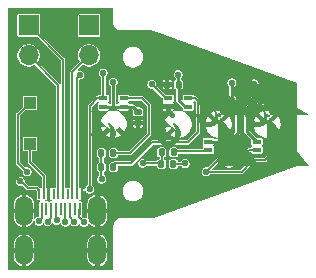
<source format=gbr>
%TF.GenerationSoftware,KiCad,Pcbnew,9.0.2*%
%TF.CreationDate,2025-09-26T11:25:47-10:00*%
%TF.ProjectId,auren-probe,61757265-6e2d-4707-926f-62652e6b6963,v2*%
%TF.SameCoordinates,Original*%
%TF.FileFunction,Copper,L1,Top*%
%TF.FilePolarity,Positive*%
%FSLAX46Y46*%
G04 Gerber Fmt 4.6, Leading zero omitted, Abs format (unit mm)*
G04 Created by KiCad (PCBNEW 9.0.2) date 2025-09-26 11:25:47*
%MOMM*%
%LPD*%
G01*
G04 APERTURE LIST*
G04 Aperture macros list*
%AMRoundRect*
0 Rectangle with rounded corners*
0 $1 Rounding radius*
0 $2 $3 $4 $5 $6 $7 $8 $9 X,Y pos of 4 corners*
0 Add a 4 corners polygon primitive as box body*
4,1,4,$2,$3,$4,$5,$6,$7,$8,$9,$2,$3,0*
0 Add four circle primitives for the rounded corners*
1,1,$1+$1,$2,$3*
1,1,$1+$1,$4,$5*
1,1,$1+$1,$6,$7*
1,1,$1+$1,$8,$9*
0 Add four rect primitives between the rounded corners*
20,1,$1+$1,$2,$3,$4,$5,0*
20,1,$1+$1,$4,$5,$6,$7,0*
20,1,$1+$1,$6,$7,$8,$9,0*
20,1,$1+$1,$8,$9,$2,$3,0*%
%AMFreePoly0*
4,1,60,-0.506007,0.985649,-0.319461,0.908379,-0.151575,0.796201,-0.008799,0.653425,0.103379,0.485539,0.180649,0.298993,0.220040,0.100958,0.220040,-0.100958,0.180649,-0.298993,0.103379,-0.485539,-0.008799,-0.653425,-0.151575,-0.796201,-0.319461,-0.908379,-0.506007,-0.985649,-0.704042,-1.025040,-0.905958,-1.025040,-1.103993,-0.985649,-1.290539,-0.908379,-1.458425,-0.796201,-1.601201,-0.653425,
-1.713379,-0.485539,-1.790649,-0.298993,-1.830040,-0.100958,-1.830040,0.076358,-1.385000,0.076358,-1.385000,-0.076358,-1.345474,-0.223872,-1.269116,-0.356128,-1.161128,-0.464116,-1.028872,-0.540474,-0.881358,-0.580000,-0.728642,-0.580000,-0.581128,-0.540474,-0.448872,-0.464116,-0.340884,-0.356128,-0.264526,-0.223872,-0.225000,-0.076358,-0.225000,0.076358,-0.264526,0.223872,-0.340884,0.356128,
-0.448872,0.464116,-0.581128,0.540474,-0.728642,0.580000,-0.881358,0.580000,-1.028872,0.540474,-1.161128,0.464116,-1.269116,0.356128,-1.345474,0.223872,-1.385000,0.076358,-1.830040,0.076358,-1.830040,0.100958,-1.790649,0.298993,-1.713379,0.485539,-1.601201,0.653425,-1.458425,0.796201,-1.290539,0.908379,-1.103993,0.985649,-0.905958,1.025040,-0.704042,1.025040,-0.506007,0.985649,
-0.506007,0.985649,$1*%
G04 Aperture macros list end*
%TA.AperFunction,SMDPad,CuDef*%
%ADD10R,0.750000X0.450000*%
%TD*%
%TA.AperFunction,SMDPad,CuDef*%
%ADD11FreePoly0,90.000000*%
%TD*%
%TA.AperFunction,SMDPad,CuDef*%
%ADD12RoundRect,0.140000X-0.170000X0.140000X-0.170000X-0.140000X0.170000X-0.140000X0.170000X0.140000X0*%
%TD*%
%TA.AperFunction,SMDPad,CuDef*%
%ADD13FreePoly0,270.000000*%
%TD*%
%TA.AperFunction,ComponentPad*%
%ADD14R,1.700000X1.700000*%
%TD*%
%TA.AperFunction,ComponentPad*%
%ADD15O,1.700000X1.700000*%
%TD*%
%TA.AperFunction,SMDPad,CuDef*%
%ADD16RoundRect,0.140000X0.140000X0.170000X-0.140000X0.170000X-0.140000X-0.170000X0.140000X-0.170000X0*%
%TD*%
%TA.AperFunction,SMDPad,CuDef*%
%ADD17RoundRect,0.135000X-0.135000X-0.185000X0.135000X-0.185000X0.135000X0.185000X-0.135000X0.185000X0*%
%TD*%
%TA.AperFunction,SMDPad,CuDef*%
%ADD18R,1.000000X1.000000*%
%TD*%
%TA.AperFunction,SMDPad,CuDef*%
%ADD19RoundRect,0.140000X-0.140000X-0.170000X0.140000X-0.170000X0.140000X0.170000X-0.140000X0.170000X0*%
%TD*%
%TA.AperFunction,SMDPad,CuDef*%
%ADD20R,0.230000X0.850000*%
%TD*%
%TA.AperFunction,SMDPad,CuDef*%
%ADD21R,0.230000X1.000000*%
%TD*%
%TA.AperFunction,ComponentPad*%
%ADD22O,1.500000X2.550000*%
%TD*%
%TA.AperFunction,ViaPad*%
%ADD23C,0.558800*%
%TD*%
%TA.AperFunction,Conductor*%
%ADD24C,0.228600*%
%TD*%
%TA.AperFunction,Conductor*%
%ADD25C,0.152400*%
%TD*%
%TA.AperFunction,Conductor*%
%ADD26C,0.250000*%
%TD*%
%TA.AperFunction,Conductor*%
%ADD27C,0.381000*%
%TD*%
G04 APERTURE END LIST*
D10*
%TO.P,MIC3,1,DATA*%
%TO.N,Net-(MIC3-DATA)*%
X104429400Y-56540000D03*
%TO.P,MIC3,2,VDD*%
%TO.N,VDD*%
X104429400Y-55840000D03*
%TO.P,MIC3,3,CLK*%
%TO.N,/CLK_2*%
X106129400Y-56540000D03*
%TO.P,MIC3,4,SELECT*%
%TO.N,VDD*%
X106129400Y-55840000D03*
D11*
%TO.P,MIC3,5,GND*%
%TO.N,GND*%
X105279400Y-53555000D03*
%TD*%
D12*
%TO.P,C1,1*%
%TO.N,VDD*%
X98467200Y-53321200D03*
%TO.P,C1,2*%
%TO.N,GND*%
X98467200Y-54281200D03*
%TD*%
D10*
%TO.P,MIC1,1,DATA*%
%TO.N,Net-(MIC1-DATA)*%
X97239400Y-52180000D03*
%TO.P,MIC1,2,VDD*%
%TO.N,VDD*%
X97239400Y-52880000D03*
%TO.P,MIC1,3,CLK*%
%TO.N,/CLK_1*%
X95539400Y-52180000D03*
%TO.P,MIC1,4,SELECT*%
%TO.N,VDD*%
X95539400Y-52880000D03*
D13*
%TO.P,MIC1,5,GND*%
%TO.N,GND*%
X96389400Y-55165000D03*
%TD*%
D14*
%TO.P,J3,1,Pin_1*%
%TO.N,/SPK1+*%
X94327000Y-46003400D03*
D15*
%TO.P,J3,2,Pin_2*%
%TO.N,/SPK1-*%
X94327000Y-48543400D03*
%TD*%
D10*
%TO.P,MIC2,1,DATA*%
%TO.N,Net-(MIC2-DATA)*%
X102725800Y-52180000D03*
%TO.P,MIC2,2,VDD*%
%TO.N,VDD*%
X102725800Y-52880000D03*
%TO.P,MIC2,3,CLK*%
%TO.N,/CLK_1*%
X101025800Y-52180000D03*
%TO.P,MIC2,4,SELECT*%
%TO.N,GND*%
X101025800Y-52880000D03*
D13*
%TO.P,MIC2,5,GND*%
X101875800Y-55165000D03*
%TD*%
D16*
%TO.P,C2,1*%
%TO.N,VDD*%
X101893600Y-51007200D03*
%TO.P,C2,2*%
%TO.N,GND*%
X100933600Y-51007200D03*
%TD*%
D17*
%TO.P,R1,1*%
%TO.N,/DAT_1*%
X95366401Y-56823800D03*
%TO.P,R1,2*%
%TO.N,Net-(MIC1-DATA)*%
X96386399Y-56823800D03*
%TD*%
D18*
%TO.P,TP2,1,1*%
%TO.N,/TP_2*%
X89304200Y-52560000D03*
%TD*%
D17*
%TO.P,R3,1*%
%TO.N,/DAT_2*%
X100471800Y-56747600D03*
%TO.P,R3,2*%
%TO.N,Net-(MIC3-DATA)*%
X101491800Y-56747600D03*
%TD*%
D10*
%TO.P,MIC4,1,DATA*%
%TO.N,Net-(MIC4-DATA)*%
X108544200Y-56540000D03*
%TO.P,MIC4,2,VDD*%
%TO.N,VDD*%
X108544200Y-55840000D03*
%TO.P,MIC4,3,CLK*%
%TO.N,/CLK_2*%
X110244200Y-56540000D03*
%TO.P,MIC4,4,SELECT*%
%TO.N,GND*%
X110244200Y-55840000D03*
D11*
%TO.P,MIC4,5,GND*%
X109394200Y-53555000D03*
%TD*%
D18*
%TO.P,TP1,1,1*%
%TO.N,/TP_1*%
X89323200Y-56036400D03*
%TD*%
D17*
%TO.P,R2,1*%
%TO.N,/DAT_1*%
X95366400Y-57992200D03*
%TO.P,R2,2*%
%TO.N,Net-(MIC2-DATA)*%
X96386400Y-57992200D03*
%TD*%
D14*
%TO.P,J4,1,Pin_1*%
%TO.N,/SPK2+*%
X89204400Y-46000000D03*
D15*
%TO.P,J4,2,Pin_2*%
%TO.N,/SPK2-*%
X89204400Y-48540000D03*
%TD*%
D19*
%TO.P,C4,1*%
%TO.N,VDD*%
X108325000Y-52378800D03*
%TO.P,C4,2*%
%TO.N,GND*%
X109285000Y-52378800D03*
%TD*%
D17*
%TO.P,R4,1*%
%TO.N,/DAT_2*%
X100446401Y-57712800D03*
%TO.P,R4,2*%
%TO.N,Net-(MIC4-DATA)*%
X101466399Y-57712800D03*
%TD*%
D16*
%TO.P,C3,1*%
%TO.N,VDD*%
X106414800Y-52378800D03*
%TO.P,C3,2*%
%TO.N,GND*%
X105454800Y-52378800D03*
%TD*%
D20*
%TO.P,J1,1,Pin_1*%
%TO.N,GND*%
X93714000Y-60281400D03*
D21*
%TO.P,J1,2,Pin_2*%
%TO.N,VDD*%
X93514000Y-61506400D03*
D20*
%TO.P,J1,3,Pin_3*%
%TO.N,/SPK1+*%
X93314000Y-60281400D03*
D21*
%TO.P,J1,4,Pin_4*%
%TO.N,unconnected-(J1-Pin_4-Pad4)*%
X93114000Y-61506400D03*
D20*
%TO.P,J1,5,Pin_5*%
%TO.N,/SPK1-*%
X92914000Y-60281400D03*
D21*
%TO.P,J1,6,Pin_6*%
%TO.N,/CLK_1*%
X92714000Y-61506400D03*
D20*
%TO.P,J1,7,Pin_7*%
%TO.N,unconnected-(J1-Pin_7-Pad7)*%
X92514000Y-60281400D03*
D21*
%TO.P,J1,8,Pin_8*%
%TO.N,/DAT_1*%
X92314000Y-61506400D03*
D20*
%TO.P,J1,9,Pin_9*%
%TO.N,/SPK2+*%
X92114000Y-60281400D03*
D21*
%TO.P,J1,10,Pin_10*%
%TO.N,unconnected-(J1-Pin_10-Pad10)*%
X91914000Y-61506400D03*
D20*
%TO.P,J1,11,Pin_11*%
%TO.N,/SPK2-*%
X91714000Y-60281400D03*
D21*
%TO.P,J1,12,Pin_12*%
%TO.N,/CLK_2*%
X91514000Y-61506400D03*
D20*
%TO.P,J1,13,Pin_13*%
%TO.N,unconnected-(J1-Pin_13-Pad13)*%
X91314000Y-60281400D03*
D21*
%TO.P,J1,14,Pin_14*%
%TO.N,/DAT_2*%
X91114000Y-61506400D03*
D20*
%TO.P,J1,15,Pin_15*%
%TO.N,GND*%
X90914000Y-60281400D03*
D21*
%TO.P,J1,16,Pin_16*%
%TO.N,unconnected-(J1-Pin_16-Pad16)*%
X90714000Y-61506400D03*
D20*
%TO.P,J1,17,Pin_17*%
%TO.N,/TP_1*%
X90514000Y-60281400D03*
D21*
%TO.P,J1,18,Pin_18*%
%TO.N,/TP_2*%
X90314000Y-61506400D03*
D20*
%TO.P,J1,19,Pin_19*%
%TO.N,VDD*%
X90114000Y-60281400D03*
D22*
%TO.P,J1,SH,Pin_20*%
%TO.N,GND*%
X88814000Y-61696400D03*
X88814000Y-65056400D03*
X95014000Y-61696400D03*
X95014000Y-65056400D03*
%TD*%
D23*
%TO.N,VDD*%
X96359000Y-50804000D03*
X93895200Y-62665800D03*
X101870800Y-50169000D03*
X106417400Y-50854800D03*
X108297000Y-50956400D03*
X88510400Y-59211400D03*
%TO.N,/CLK_1*%
X94377800Y-59871800D03*
X99635600Y-50981800D03*
X93082400Y-62640400D03*
X95520800Y-50016600D03*
%TO.N,/DAT_1*%
X95393800Y-59008200D03*
X92320400Y-62665800D03*
%TO.N,/SPK1+*%
X93514200Y-50194400D03*
%TO.N,/CLK_2*%
X104233000Y-58398600D03*
X91583800Y-62513400D03*
%TO.N,/DAT_2*%
X90821800Y-62615000D03*
X98860900Y-57674700D03*
%TO.N,/TP_2*%
X89069200Y-58398600D03*
X90085200Y-62564200D03*
%TO.N,Net-(MIC4-DATA)*%
X102455000Y-57687400D03*
X106163400Y-57662000D03*
%TD*%
D24*
%TO.N,VDD*%
X108325000Y-52378800D02*
X108325000Y-50984400D01*
D25*
X90104200Y-59985000D02*
X90104200Y-60285000D01*
D24*
X98467200Y-53321200D02*
X98444400Y-53321200D01*
X108325000Y-50984400D02*
X108297000Y-50956400D01*
D26*
X96384400Y-52880000D02*
X96384400Y-50829400D01*
D25*
X88510400Y-59211400D02*
X88586600Y-59211400D01*
X93895200Y-62626000D02*
X93504200Y-62235000D01*
D24*
X98003200Y-52880000D02*
X97239400Y-52880000D01*
D25*
X88586600Y-59211400D02*
X89138000Y-59762800D01*
D24*
X108325000Y-52378800D02*
X108299600Y-52378800D01*
D25*
X89138000Y-59762800D02*
X89882000Y-59762800D01*
D24*
X101870800Y-50169000D02*
X101870800Y-50984400D01*
X106900000Y-52864000D02*
X106900000Y-55069400D01*
X108299600Y-52378800D02*
X107687400Y-52991000D01*
X101870800Y-50984400D02*
X101893600Y-51007200D01*
D25*
X89882000Y-59762800D02*
X90104200Y-59985000D01*
D24*
X98444400Y-53321200D02*
X98003200Y-52880000D01*
X106900000Y-55069400D02*
X106129400Y-55840000D01*
X102448200Y-52880000D02*
X102725800Y-52880000D01*
X101893600Y-52325400D02*
X102448200Y-52880000D01*
X106341200Y-50931000D02*
X106290400Y-50931000D01*
X107687400Y-52991000D02*
X107687400Y-54983200D01*
D26*
X96384400Y-50829400D02*
X96359000Y-50804000D01*
D24*
X106129400Y-55840000D02*
X104429400Y-55840000D01*
X106414800Y-52378800D02*
X106900000Y-52864000D01*
X101893600Y-51007200D02*
X101893600Y-52325400D01*
D25*
X93504200Y-62235000D02*
X93504200Y-61510000D01*
D24*
X108297000Y-50956400D02*
X108297000Y-50981800D01*
D26*
X95539400Y-52880000D02*
X96384400Y-52880000D01*
D24*
X106417400Y-51103600D02*
X106414800Y-51106200D01*
X97255400Y-52864000D02*
X97239400Y-52880000D01*
D26*
X96384400Y-52880000D02*
X97239400Y-52880000D01*
D24*
X106414800Y-51106200D02*
X106414800Y-52378800D01*
X107687400Y-54983200D02*
X108544200Y-55840000D01*
X106417400Y-50854800D02*
X106341200Y-50931000D01*
D25*
X93895200Y-62665800D02*
X93895200Y-62626000D01*
D24*
X106417400Y-50854800D02*
X106417400Y-51103600D01*
D25*
%TO.N,/CLK_1*%
X95520800Y-50016600D02*
X95520800Y-50335000D01*
X94377800Y-59871800D02*
X94377800Y-52814200D01*
X95520800Y-50335000D02*
X95539400Y-50353600D01*
X99635600Y-50981800D02*
X100833800Y-52180000D01*
X95539400Y-50353600D02*
X95539400Y-52180000D01*
X95012000Y-52180000D02*
X95539400Y-52180000D01*
X94377800Y-52814200D02*
X95012000Y-52180000D01*
X93082400Y-62638200D02*
X92704200Y-62260000D01*
X92704200Y-62260000D02*
X92704200Y-61510000D01*
X100833800Y-52180000D02*
X101025800Y-52180000D01*
X93082400Y-62640400D02*
X93082400Y-62638200D01*
X100884600Y-52180000D02*
X101025800Y-52180000D01*
%TO.N,/DAT_1*%
X95366401Y-56823800D02*
X95366401Y-57992199D01*
X95393800Y-58906600D02*
X95366400Y-58879200D01*
X95393800Y-59008200D02*
X95393800Y-58906600D01*
X95366400Y-58879200D02*
X95366400Y-57992200D01*
X95366401Y-57992199D02*
X95366400Y-57992200D01*
X92320400Y-62435315D02*
X92304200Y-62419115D01*
X92320400Y-62665800D02*
X92320400Y-62435315D01*
X92304200Y-62419115D02*
X92304200Y-61510000D01*
%TO.N,/SPK1+*%
X93514200Y-50194400D02*
X93311000Y-50397600D01*
X93311000Y-60278200D02*
X93304200Y-60285000D01*
X93311000Y-50397600D02*
X93311000Y-60278200D01*
%TO.N,/SPK1-*%
X92904200Y-60285000D02*
X92904200Y-49966200D01*
X92904200Y-49966200D02*
X94327000Y-48543400D01*
D27*
%TO.N,GND*%
X101025800Y-52880000D02*
X101025800Y-53286400D01*
X110244200Y-55840000D02*
X110244200Y-55367400D01*
D24*
X109389200Y-53550000D02*
X109394200Y-53555000D01*
D27*
X101235800Y-53496400D02*
X101362800Y-53623400D01*
D24*
X105299800Y-53534600D02*
X105279400Y-53555000D01*
D27*
X101025800Y-53286400D02*
X101235800Y-53496400D01*
X110244200Y-55367400D02*
X109922600Y-55045800D01*
D25*
%TO.N,/CLK_2*%
X109236800Y-57408000D02*
X110104800Y-56540000D01*
X91583800Y-62366000D02*
X91504200Y-62286400D01*
X110435000Y-56540000D02*
X110244200Y-56540000D01*
X110104800Y-56540000D02*
X110244200Y-56540000D01*
X91504200Y-62286400D02*
X91504200Y-61510000D01*
X108230636Y-57408000D02*
X109236800Y-57408000D01*
X104233000Y-58398600D02*
X107240036Y-58398600D01*
X107240036Y-58398600D02*
X108230636Y-57408000D01*
X104233000Y-58398600D02*
X106091600Y-56540000D01*
X91583800Y-62513400D02*
X91583800Y-62366000D01*
X106091600Y-56540000D02*
X106129400Y-56540000D01*
%TO.N,/DAT_2*%
X100471800Y-57687401D02*
X100446401Y-57712800D01*
X100421001Y-57687400D02*
X100446401Y-57712800D01*
X100471800Y-56747600D02*
X100471800Y-57687401D01*
X90821800Y-62592400D02*
X91104200Y-62310000D01*
X90821800Y-62615000D02*
X90821800Y-62592400D01*
X98873600Y-57687400D02*
X100421001Y-57687400D01*
X98860900Y-57674700D02*
X98873600Y-57687400D01*
X91104200Y-62310000D02*
X91104200Y-61510000D01*
%TO.N,/SPK2+*%
X92104200Y-60285000D02*
X92104200Y-48899800D01*
X92104200Y-48899800D02*
X89204400Y-46000000D01*
%TO.N,/SPK2-*%
X91704200Y-60285000D02*
X91704200Y-51039800D01*
X91704200Y-51039800D02*
X89204400Y-48540000D01*
%TO.N,/TP_2*%
X90085200Y-62564200D02*
X90304200Y-62345200D01*
X89304200Y-52560000D02*
X88307200Y-53557000D01*
X90304200Y-62345200D02*
X90304200Y-61510000D01*
X88332600Y-57662000D02*
X89069200Y-58398600D01*
X88307200Y-57662000D02*
X88332600Y-57662000D01*
X88307200Y-53557000D02*
X88307200Y-57662000D01*
%TO.N,/TP_1*%
X89323200Y-57585800D02*
X90504200Y-58766800D01*
X89323200Y-56036400D02*
X89323200Y-57585800D01*
X90504200Y-58766800D02*
X90504200Y-60285000D01*
%TO.N,Net-(MIC1-DATA)*%
X96386399Y-56823800D02*
X97756000Y-56823800D01*
X98827200Y-52180000D02*
X97239400Y-52180000D01*
X99381600Y-55198200D02*
X99381600Y-52734400D01*
X97756000Y-56823800D02*
X99381600Y-55198200D01*
X99381600Y-52734400D02*
X98827200Y-52180000D01*
%TO.N,Net-(MIC2-DATA)*%
X97908400Y-57687400D02*
X99686400Y-55909400D01*
X96386400Y-57992200D02*
X96386400Y-57763600D01*
X96386400Y-57763600D02*
X96462600Y-57687400D01*
X103297600Y-52180000D02*
X102725800Y-52180000D01*
X103547200Y-52429600D02*
X103297600Y-52180000D01*
X96462600Y-57687400D02*
X97908400Y-57687400D01*
X102683600Y-55909400D02*
X103547200Y-55045800D01*
X99686400Y-55909400D02*
X102683600Y-55909400D01*
X103547200Y-55045800D02*
X103547200Y-52429600D01*
%TO.N,Net-(MIC3-DATA)*%
X104298000Y-56671400D02*
X101568000Y-56671400D01*
X104408400Y-56519000D02*
X104429400Y-56540000D01*
X104429400Y-56540000D02*
X104298000Y-56671400D01*
X101568000Y-56671400D02*
X101491800Y-56747600D01*
%TO.N,Net-(MIC4-DATA)*%
X108428400Y-56540000D02*
X108544200Y-56540000D01*
X106722200Y-57662000D02*
X107844200Y-56540000D01*
X102429600Y-57712800D02*
X102455000Y-57687400D01*
X107844200Y-56540000D02*
X108544200Y-56540000D01*
X106163400Y-57662000D02*
X106722200Y-57662000D01*
X108551000Y-56546800D02*
X108544200Y-56540000D01*
X101466399Y-57712800D02*
X102429600Y-57712800D01*
%TD*%
%TA.AperFunction,Conductor*%
%TO.N,GND*%
G36*
X96369314Y-44525080D02*
G01*
X96383900Y-44560294D01*
X96383900Y-45790092D01*
X96383906Y-45790122D01*
X96383906Y-45851597D01*
X96415772Y-45991219D01*
X96425879Y-46012206D01*
X96427906Y-46016416D01*
X96429977Y-46024143D01*
X96439926Y-46041376D01*
X96440738Y-46043061D01*
X96477903Y-46120238D01*
X96477905Y-46120240D01*
X96505271Y-46154556D01*
X96513251Y-46168378D01*
X96528274Y-46183401D01*
X96530018Y-46185588D01*
X96567190Y-46232201D01*
X96567191Y-46232202D01*
X96567193Y-46232204D01*
X96615997Y-46271124D01*
X96631018Y-46286146D01*
X96644840Y-46294126D01*
X96679156Y-46321492D01*
X96758019Y-46359470D01*
X96775253Y-46369421D01*
X96782980Y-46371491D01*
X96808181Y-46383627D01*
X96947794Y-46415493D01*
X96947795Y-46415494D01*
X96947797Y-46415494D01*
X97019193Y-46415494D01*
X99573249Y-46415494D01*
X99576137Y-46415578D01*
X99582178Y-46415928D01*
X99645309Y-46419597D01*
X99651017Y-46420262D01*
X99717843Y-46432019D01*
X99723462Y-46433347D01*
X99789901Y-46453193D01*
X99792657Y-46454106D01*
X99815855Y-46462547D01*
X99816040Y-46462594D01*
X111895895Y-50848433D01*
X111924017Y-50874161D01*
X111928700Y-50895243D01*
X111928700Y-57824755D01*
X111914114Y-57859969D01*
X111895895Y-57871565D01*
X99792593Y-62265916D01*
X99789847Y-62266824D01*
X99723463Y-62286647D01*
X99717840Y-62287976D01*
X99651035Y-62299725D01*
X99645297Y-62300394D01*
X99575962Y-62304422D01*
X99573074Y-62304506D01*
X97040032Y-62304506D01*
X97040018Y-62304500D01*
X97019398Y-62304500D01*
X96947794Y-62304500D01*
X96947792Y-62304500D01*
X96808180Y-62336366D01*
X96808174Y-62336369D01*
X96787126Y-62346502D01*
X96787127Y-62346503D01*
X96782912Y-62348532D01*
X96775253Y-62350585D01*
X96758165Y-62360450D01*
X96756464Y-62361270D01*
X96679149Y-62398504D01*
X96647695Y-62423586D01*
X96647696Y-62423587D01*
X96644771Y-62425919D01*
X96631020Y-62433859D01*
X96616064Y-62448814D01*
X96613880Y-62450557D01*
X96613878Y-62450557D01*
X96613878Y-62450558D01*
X96567188Y-62487792D01*
X96567187Y-62487793D01*
X96529951Y-62534485D01*
X96528199Y-62536681D01*
X96513255Y-62551626D01*
X96505320Y-62565369D01*
X96502988Y-62568294D01*
X96502986Y-62568298D01*
X96477898Y-62599760D01*
X96440666Y-62677074D01*
X96440666Y-62677075D01*
X96439851Y-62678766D01*
X96429982Y-62695861D01*
X96427929Y-62703520D01*
X96425902Y-62707731D01*
X96415766Y-62728780D01*
X96415765Y-62728783D01*
X96415765Y-62728784D01*
X96396532Y-62813057D01*
X96383900Y-62868403D01*
X96383900Y-66699706D01*
X96369314Y-66734920D01*
X96334100Y-66749506D01*
X87544700Y-66749506D01*
X87509486Y-66734920D01*
X87494900Y-66699706D01*
X87494900Y-64447522D01*
X87962400Y-64447522D01*
X87962400Y-64865900D01*
X88489000Y-64865900D01*
X88489000Y-65246900D01*
X87962400Y-65246900D01*
X87962400Y-65665277D01*
X87995123Y-65829793D01*
X87995128Y-65829807D01*
X88059318Y-65984780D01*
X88059320Y-65984782D01*
X88152515Y-66124260D01*
X88271139Y-66242884D01*
X88410617Y-66336079D01*
X88410616Y-66336079D01*
X88565596Y-66400274D01*
X88623499Y-66411791D01*
X88623500Y-66411790D01*
X88623500Y-65846691D01*
X88688555Y-65884251D01*
X88771213Y-65906400D01*
X88856787Y-65906400D01*
X88939445Y-65884251D01*
X89004500Y-65846691D01*
X89004500Y-66411791D01*
X89062403Y-66400274D01*
X89217383Y-66336079D01*
X89356860Y-66242884D01*
X89356863Y-66242882D01*
X89475482Y-66124263D01*
X89475484Y-66124260D01*
X89568679Y-65984782D01*
X89568681Y-65984780D01*
X89632871Y-65829807D01*
X89632876Y-65829793D01*
X89665599Y-65665277D01*
X89665600Y-65665271D01*
X89665600Y-65246900D01*
X89139000Y-65246900D01*
X89139000Y-64865900D01*
X89665600Y-64865900D01*
X89665600Y-64447529D01*
X89665599Y-64447522D01*
X94162400Y-64447522D01*
X94162400Y-64865900D01*
X94689000Y-64865900D01*
X94689000Y-65246900D01*
X94162400Y-65246900D01*
X94162400Y-65665277D01*
X94195123Y-65829793D01*
X94195128Y-65829807D01*
X94259318Y-65984780D01*
X94259320Y-65984782D01*
X94352515Y-66124260D01*
X94471139Y-66242884D01*
X94610617Y-66336079D01*
X94610616Y-66336079D01*
X94765596Y-66400274D01*
X94823499Y-66411791D01*
X94823500Y-66411790D01*
X94823500Y-65846691D01*
X94888555Y-65884251D01*
X94971213Y-65906400D01*
X95056787Y-65906400D01*
X95139445Y-65884251D01*
X95204500Y-65846691D01*
X95204500Y-66411791D01*
X95262403Y-66400274D01*
X95417383Y-66336079D01*
X95556860Y-66242884D01*
X95556863Y-66242882D01*
X95675482Y-66124263D01*
X95675484Y-66124260D01*
X95768679Y-65984782D01*
X95768681Y-65984780D01*
X95832871Y-65829807D01*
X95832876Y-65829793D01*
X95865599Y-65665277D01*
X95865600Y-65665271D01*
X95865600Y-65246900D01*
X95339000Y-65246900D01*
X95339000Y-64865900D01*
X95865600Y-64865900D01*
X95865600Y-64447529D01*
X95865599Y-64447522D01*
X95832876Y-64283006D01*
X95832871Y-64282992D01*
X95768681Y-64128019D01*
X95768679Y-64128017D01*
X95675484Y-63988539D01*
X95556860Y-63869915D01*
X95417382Y-63776720D01*
X95417380Y-63776718D01*
X95262407Y-63712528D01*
X95262395Y-63712524D01*
X95204500Y-63701008D01*
X95204500Y-64266108D01*
X95139445Y-64228549D01*
X95056787Y-64206400D01*
X94971213Y-64206400D01*
X94888555Y-64228549D01*
X94823500Y-64266108D01*
X94823500Y-63701008D01*
X94765604Y-63712524D01*
X94765592Y-63712528D01*
X94610619Y-63776718D01*
X94610617Y-63776720D01*
X94471139Y-63869915D01*
X94471137Y-63869918D01*
X94352518Y-63988537D01*
X94352515Y-63988539D01*
X94259320Y-64128017D01*
X94259318Y-64128019D01*
X94195128Y-64282992D01*
X94195123Y-64283006D01*
X94162400Y-64447522D01*
X89665599Y-64447522D01*
X89632876Y-64283006D01*
X89632871Y-64282992D01*
X89568681Y-64128019D01*
X89568679Y-64128017D01*
X89475484Y-63988539D01*
X89356860Y-63869915D01*
X89217382Y-63776720D01*
X89217380Y-63776718D01*
X89062407Y-63712528D01*
X89062395Y-63712524D01*
X89004500Y-63701008D01*
X89004500Y-64266108D01*
X88939445Y-64228549D01*
X88856787Y-64206400D01*
X88771213Y-64206400D01*
X88688555Y-64228549D01*
X88623500Y-64266108D01*
X88623500Y-63701008D01*
X88565604Y-63712524D01*
X88565592Y-63712528D01*
X88410619Y-63776718D01*
X88410617Y-63776720D01*
X88271139Y-63869915D01*
X88271137Y-63869918D01*
X88152518Y-63988537D01*
X88152515Y-63988539D01*
X88059320Y-64128017D01*
X88059318Y-64128019D01*
X87995128Y-64282992D01*
X87995123Y-64283006D01*
X87962400Y-64447522D01*
X87494900Y-64447522D01*
X87494900Y-61087522D01*
X87962400Y-61087522D01*
X87962400Y-61505900D01*
X88489000Y-61505900D01*
X88489000Y-61886900D01*
X87962400Y-61886900D01*
X87962400Y-62305277D01*
X87995123Y-62469793D01*
X87995128Y-62469807D01*
X88059318Y-62624780D01*
X88059320Y-62624782D01*
X88152515Y-62764260D01*
X88271139Y-62882884D01*
X88410617Y-62976079D01*
X88410616Y-62976079D01*
X88565596Y-63040274D01*
X88623499Y-63051791D01*
X88623500Y-63051790D01*
X88623500Y-62486691D01*
X88688555Y-62524251D01*
X88771213Y-62546400D01*
X88856787Y-62546400D01*
X88939445Y-62524251D01*
X89004500Y-62486691D01*
X89004500Y-63051791D01*
X89062403Y-63040274D01*
X89217383Y-62976079D01*
X89356860Y-62882884D01*
X89356863Y-62882882D01*
X89475482Y-62764263D01*
X89475484Y-62764260D01*
X89568679Y-62624782D01*
X89568680Y-62624780D01*
X89607891Y-62530117D01*
X89634842Y-62503165D01*
X89672957Y-62503165D01*
X89699909Y-62530116D01*
X89703700Y-62549174D01*
X89703700Y-62614426D01*
X89729697Y-62711449D01*
X89729698Y-62711451D01*
X89729699Y-62711454D01*
X89744245Y-62736648D01*
X89774998Y-62789916D01*
X89779924Y-62798447D01*
X89850953Y-62869476D01*
X89937946Y-62919701D01*
X90034975Y-62945700D01*
X90135425Y-62945700D01*
X90232454Y-62919701D01*
X90319447Y-62869476D01*
X90390476Y-62798447D01*
X90395707Y-62789386D01*
X90425942Y-62766183D01*
X90463732Y-62771155D01*
X90481963Y-62789385D01*
X90505924Y-62830888D01*
X90516524Y-62849247D01*
X90587553Y-62920276D01*
X90674546Y-62970501D01*
X90771575Y-62996500D01*
X90872025Y-62996500D01*
X90969054Y-62970501D01*
X91056047Y-62920276D01*
X91127076Y-62849247D01*
X91177301Y-62762254D01*
X91180943Y-62748660D01*
X91204145Y-62718421D01*
X91241934Y-62713446D01*
X91272174Y-62736648D01*
X91272174Y-62736649D01*
X91277221Y-62745391D01*
X91278524Y-62747647D01*
X91349553Y-62818676D01*
X91436546Y-62868901D01*
X91533575Y-62894900D01*
X91634025Y-62894900D01*
X91731054Y-62868901D01*
X91818047Y-62818676D01*
X91874062Y-62762660D01*
X91909275Y-62748075D01*
X91944489Y-62762661D01*
X91957378Y-62784985D01*
X91964897Y-62813049D01*
X91964899Y-62813054D01*
X91975196Y-62830889D01*
X92015122Y-62900045D01*
X92015124Y-62900047D01*
X92086153Y-62971076D01*
X92173146Y-63021301D01*
X92270175Y-63047300D01*
X92370625Y-63047300D01*
X92467654Y-63021301D01*
X92554647Y-62971076D01*
X92625676Y-62900047D01*
X92665604Y-62830888D01*
X92695842Y-62807685D01*
X92733631Y-62812660D01*
X92751860Y-62830888D01*
X92774138Y-62869476D01*
X92777124Y-62874647D01*
X92848153Y-62945676D01*
X92935146Y-62995901D01*
X93032175Y-63021900D01*
X93132625Y-63021900D01*
X93229654Y-62995901D01*
X93316647Y-62945676D01*
X93387676Y-62874647D01*
X93437901Y-62787654D01*
X93437904Y-62787642D01*
X93439149Y-62784639D01*
X93440830Y-62785335D01*
X93460441Y-62759711D01*
X93498224Y-62754688D01*
X93528492Y-62777852D01*
X93533499Y-62789916D01*
X93539699Y-62813054D01*
X93549996Y-62830889D01*
X93589922Y-62900045D01*
X93589924Y-62900047D01*
X93660953Y-62971076D01*
X93747946Y-63021301D01*
X93844975Y-63047300D01*
X93945425Y-63047300D01*
X94042454Y-63021301D01*
X94129447Y-62971076D01*
X94200476Y-62900047D01*
X94250701Y-62813054D01*
X94260729Y-62775628D01*
X94283930Y-62745391D01*
X94321720Y-62740416D01*
X94350237Y-62760849D01*
X94352519Y-62764264D01*
X94471139Y-62882884D01*
X94610617Y-62976079D01*
X94610616Y-62976079D01*
X94765596Y-63040274D01*
X94823499Y-63051791D01*
X94823500Y-63051790D01*
X94823500Y-62486691D01*
X94888555Y-62524251D01*
X94971213Y-62546400D01*
X95056787Y-62546400D01*
X95139445Y-62524251D01*
X95204500Y-62486691D01*
X95204500Y-63051791D01*
X95262403Y-63040274D01*
X95417383Y-62976079D01*
X95556860Y-62882884D01*
X95556863Y-62882882D01*
X95675482Y-62764263D01*
X95675484Y-62764260D01*
X95768679Y-62624782D01*
X95768681Y-62624780D01*
X95832871Y-62469807D01*
X95832876Y-62469793D01*
X95865599Y-62305277D01*
X95865600Y-62305271D01*
X95865600Y-61886900D01*
X95339000Y-61886900D01*
X95339000Y-61505900D01*
X95865600Y-61505900D01*
X95865600Y-61087529D01*
X95865599Y-61087522D01*
X95832876Y-60923006D01*
X95832871Y-60922992D01*
X95768681Y-60768019D01*
X95768679Y-60768017D01*
X95675484Y-60628539D01*
X95556860Y-60509915D01*
X95417382Y-60416720D01*
X95417380Y-60416718D01*
X95262407Y-60352528D01*
X95262395Y-60352524D01*
X95204500Y-60341008D01*
X95204500Y-60906108D01*
X95139445Y-60868549D01*
X95056787Y-60846400D01*
X94971213Y-60846400D01*
X94888555Y-60868549D01*
X94823500Y-60906108D01*
X94823500Y-60341008D01*
X94765604Y-60352524D01*
X94765592Y-60352528D01*
X94610619Y-60416718D01*
X94610617Y-60416720D01*
X94471139Y-60509915D01*
X94471137Y-60509918D01*
X94352518Y-60628537D01*
X94352515Y-60628539D01*
X94259320Y-60768017D01*
X94259318Y-60768019D01*
X94195128Y-60922992D01*
X94195123Y-60923006D01*
X94162400Y-61087522D01*
X94162400Y-61505900D01*
X94689000Y-61505900D01*
X94689000Y-61886900D01*
X94162400Y-61886900D01*
X94162400Y-62293293D01*
X94147814Y-62328507D01*
X94112600Y-62343093D01*
X94087701Y-62336421D01*
X94042461Y-62310302D01*
X94042449Y-62310297D01*
X93945426Y-62284300D01*
X93945425Y-62284300D01*
X93844975Y-62284300D01*
X93844971Y-62284300D01*
X93841728Y-62285169D01*
X93803940Y-62280188D01*
X93793632Y-62272278D01*
X93745888Y-62224534D01*
X93697086Y-62175731D01*
X93682500Y-62140517D01*
X93682500Y-62120065D01*
X93697086Y-62084851D01*
X93700886Y-62081733D01*
X93702606Y-62080012D01*
X93702610Y-62080010D01*
X93725176Y-62046237D01*
X93731100Y-62016455D01*
X93731099Y-60996346D01*
X93731099Y-60996345D01*
X93731098Y-60996336D01*
X93725177Y-60966564D01*
X93725176Y-60966562D01*
X93702611Y-60932791D01*
X93702607Y-60932788D01*
X93668837Y-60910224D01*
X93668834Y-60910223D01*
X93668836Y-60910223D01*
X93639057Y-60904300D01*
X93463059Y-60904300D01*
X93427845Y-60889714D01*
X93413259Y-60854500D01*
X93427845Y-60819286D01*
X93448962Y-60807999D01*
X93829000Y-60807999D01*
X93839002Y-60807999D01*
X93839005Y-60807998D01*
X93868641Y-60802105D01*
X93902248Y-60779648D01*
X93924705Y-60746041D01*
X93930599Y-60716407D01*
X93930600Y-60716401D01*
X93930600Y-60396400D01*
X93829000Y-60396400D01*
X93829000Y-60807999D01*
X93448962Y-60807999D01*
X93453345Y-60805656D01*
X93468837Y-60802576D01*
X93486783Y-60790584D01*
X93524165Y-60783149D01*
X93542118Y-60790585D01*
X93559358Y-60802104D01*
X93572405Y-60804700D01*
X93599000Y-60804700D01*
X93599000Y-59754800D01*
X93829000Y-59754800D01*
X93829000Y-60166400D01*
X93930599Y-60166400D01*
X93930599Y-60046080D01*
X93945185Y-60010866D01*
X93980399Y-59996280D01*
X94015613Y-60010866D01*
X94023524Y-60021177D01*
X94072524Y-60106047D01*
X94143553Y-60177076D01*
X94230546Y-60227301D01*
X94327575Y-60253300D01*
X94428025Y-60253300D01*
X94525054Y-60227301D01*
X94612047Y-60177076D01*
X94683076Y-60106047D01*
X94733301Y-60019054D01*
X94755070Y-59937810D01*
X97158300Y-59937810D01*
X97158300Y-60110589D01*
X97192003Y-60280031D01*
X97192006Y-60280041D01*
X97258123Y-60439662D01*
X97354108Y-60583315D01*
X97476284Y-60705491D01*
X97537263Y-60746235D01*
X97619937Y-60801476D01*
X97779559Y-60867594D01*
X97779565Y-60867595D01*
X97779568Y-60867596D01*
X97824363Y-60876506D01*
X97949013Y-60901300D01*
X97949017Y-60901300D01*
X98121783Y-60901300D01*
X98121787Y-60901300D01*
X98291241Y-60867594D01*
X98450863Y-60801476D01*
X98578106Y-60716455D01*
X98594515Y-60705491D01*
X98594518Y-60705489D01*
X98716689Y-60583318D01*
X98716691Y-60583315D01*
X98765735Y-60509915D01*
X98812676Y-60439663D01*
X98878794Y-60280041D01*
X98912500Y-60110587D01*
X98912500Y-59937813D01*
X98882791Y-59788452D01*
X98878796Y-59768368D01*
X98878795Y-59768365D01*
X98878794Y-59768359D01*
X98812676Y-59608737D01*
X98802093Y-59592899D01*
X98716691Y-59465084D01*
X98594515Y-59342908D01*
X98472866Y-59261626D01*
X98450863Y-59246924D01*
X98450861Y-59246923D01*
X98450862Y-59246923D01*
X98291241Y-59180806D01*
X98291231Y-59180803D01*
X98121789Y-59147100D01*
X98121787Y-59147100D01*
X97949013Y-59147100D01*
X97949010Y-59147100D01*
X97779568Y-59180803D01*
X97779558Y-59180806D01*
X97619937Y-59246923D01*
X97476284Y-59342908D01*
X97476282Y-59342911D01*
X97354111Y-59465082D01*
X97354108Y-59465084D01*
X97258123Y-59608737D01*
X97192006Y-59768358D01*
X97192003Y-59768368D01*
X97158300Y-59937810D01*
X94755070Y-59937810D01*
X94759300Y-59922025D01*
X94759300Y-59821575D01*
X94733301Y-59724546D01*
X94683076Y-59637553D01*
X94612047Y-59566524D01*
X94580999Y-59548598D01*
X94557797Y-59518358D01*
X94556100Y-59505470D01*
X94556100Y-57783847D01*
X94994300Y-57783847D01*
X94994300Y-58200552D01*
X95008057Y-58269712D01*
X95008057Y-58269713D01*
X95060458Y-58348138D01*
X95060461Y-58348141D01*
X95138886Y-58400542D01*
X95138887Y-58400542D01*
X95138888Y-58400543D01*
X95148014Y-58402358D01*
X95179706Y-58423532D01*
X95188100Y-58451201D01*
X95188100Y-58657690D01*
X95173514Y-58692904D01*
X95163201Y-58700817D01*
X95159554Y-58702922D01*
X95088523Y-58773953D01*
X95038301Y-58860942D01*
X95038297Y-58860950D01*
X95012300Y-58957973D01*
X95012300Y-59058426D01*
X95038297Y-59155449D01*
X95038298Y-59155451D01*
X95038299Y-59155454D01*
X95088524Y-59242447D01*
X95159553Y-59313476D01*
X95246546Y-59363701D01*
X95343575Y-59389700D01*
X95444025Y-59389700D01*
X95541054Y-59363701D01*
X95628047Y-59313476D01*
X95699076Y-59242447D01*
X95749301Y-59155454D01*
X95775300Y-59058425D01*
X95775300Y-58957975D01*
X95749301Y-58860946D01*
X95699076Y-58773953D01*
X95628047Y-58702924D01*
X95628046Y-58702923D01*
X95569600Y-58669179D01*
X95546397Y-58638940D01*
X95544700Y-58626051D01*
X95544700Y-58451201D01*
X95559286Y-58415987D01*
X95584785Y-58402358D01*
X95593912Y-58400543D01*
X95672340Y-58348140D01*
X95724743Y-58269712D01*
X95738500Y-58200552D01*
X95738500Y-57783848D01*
X95738500Y-57783847D01*
X96014300Y-57783847D01*
X96014300Y-58200552D01*
X96028057Y-58269712D01*
X96028057Y-58269713D01*
X96080458Y-58348138D01*
X96080461Y-58348141D01*
X96119674Y-58374341D01*
X96158888Y-58400543D01*
X96228048Y-58414300D01*
X96228053Y-58414300D01*
X96544747Y-58414300D01*
X96544752Y-58414300D01*
X96613912Y-58400543D01*
X96692340Y-58348140D01*
X96744743Y-58269712D01*
X96758500Y-58200552D01*
X96758500Y-57915500D01*
X96773086Y-57880286D01*
X96808300Y-57865700D01*
X97943864Y-57865700D01*
X97943866Y-57865700D01*
X98009399Y-57838555D01*
X98223481Y-57624473D01*
X98479400Y-57624473D01*
X98479400Y-57724926D01*
X98505397Y-57821949D01*
X98505398Y-57821951D01*
X98505399Y-57821954D01*
X98515991Y-57840300D01*
X98555622Y-57908945D01*
X98555624Y-57908947D01*
X98626653Y-57979976D01*
X98713646Y-58030201D01*
X98810675Y-58056200D01*
X98911125Y-58056200D01*
X99008154Y-58030201D01*
X99095147Y-57979976D01*
X99166176Y-57908947D01*
X99176768Y-57890599D01*
X99207006Y-57867397D01*
X99219896Y-57865700D01*
X100024501Y-57865700D01*
X100059715Y-57880286D01*
X100074301Y-57915500D01*
X100074301Y-57921152D01*
X100088058Y-57990312D01*
X100088058Y-57990313D01*
X100140459Y-58068738D01*
X100140462Y-58068741D01*
X100140700Y-58068900D01*
X100218889Y-58121143D01*
X100288049Y-58134900D01*
X100288054Y-58134900D01*
X100604748Y-58134900D01*
X100604753Y-58134900D01*
X100673913Y-58121143D01*
X100752341Y-58068740D01*
X100804744Y-57990312D01*
X100818501Y-57921152D01*
X100818501Y-57504448D01*
X100818501Y-57504447D01*
X101094299Y-57504447D01*
X101094299Y-57921152D01*
X101108056Y-57990312D01*
X101108056Y-57990313D01*
X101160457Y-58068738D01*
X101160460Y-58068741D01*
X101160698Y-58068900D01*
X101238887Y-58121143D01*
X101308047Y-58134900D01*
X101308052Y-58134900D01*
X101624746Y-58134900D01*
X101624751Y-58134900D01*
X101693911Y-58121143D01*
X101772339Y-58068740D01*
X101824742Y-57990312D01*
X101836503Y-57931184D01*
X101857679Y-57899493D01*
X101885346Y-57891100D01*
X102103336Y-57891100D01*
X102138550Y-57905686D01*
X102146464Y-57916001D01*
X102149724Y-57921647D01*
X102220753Y-57992676D01*
X102307746Y-58042901D01*
X102404775Y-58068900D01*
X102505225Y-58068900D01*
X102602254Y-58042901D01*
X102689247Y-57992676D01*
X102760276Y-57921647D01*
X102810501Y-57834654D01*
X102836500Y-57737625D01*
X102836500Y-57637175D01*
X102810501Y-57540146D01*
X102760276Y-57453153D01*
X102689247Y-57382124D01*
X102689246Y-57382123D01*
X102602257Y-57331901D01*
X102602254Y-57331899D01*
X102602251Y-57331898D01*
X102602249Y-57331897D01*
X102505226Y-57305900D01*
X102505225Y-57305900D01*
X102404775Y-57305900D01*
X102404773Y-57305900D01*
X102307750Y-57331897D01*
X102307742Y-57331901D01*
X102220753Y-57382123D01*
X102149723Y-57453153D01*
X102122483Y-57500335D01*
X102117424Y-57509100D01*
X102117135Y-57509600D01*
X102086897Y-57532803D01*
X102074007Y-57534500D01*
X101885346Y-57534500D01*
X101850132Y-57519914D01*
X101836503Y-57494415D01*
X101831470Y-57469114D01*
X101824742Y-57435288D01*
X101824741Y-57435286D01*
X101772340Y-57356861D01*
X101772337Y-57356858D01*
X101693911Y-57304457D01*
X101624751Y-57290700D01*
X101308047Y-57290700D01*
X101308046Y-57290700D01*
X101238886Y-57304457D01*
X101238885Y-57304457D01*
X101160460Y-57356858D01*
X101160457Y-57356861D01*
X101108056Y-57435286D01*
X101108056Y-57435287D01*
X101094299Y-57504447D01*
X100818501Y-57504447D01*
X100804744Y-57435288D01*
X100799709Y-57427753D01*
X100752342Y-57356861D01*
X100752339Y-57356858D01*
X100672233Y-57303334D01*
X100669399Y-57299093D01*
X100664686Y-57297141D01*
X100659126Y-57283720D01*
X100651057Y-57271643D01*
X100650100Y-57261927D01*
X100650100Y-57206601D01*
X100664686Y-57171387D01*
X100690185Y-57157758D01*
X100699312Y-57155943D01*
X100777740Y-57103540D01*
X100830143Y-57025112D01*
X100843900Y-56955952D01*
X100843900Y-56539248D01*
X100843900Y-56539247D01*
X101119700Y-56539247D01*
X101119700Y-56955952D01*
X101133457Y-57025112D01*
X101133457Y-57025113D01*
X101185858Y-57103538D01*
X101185860Y-57103540D01*
X101264288Y-57155943D01*
X101333448Y-57169700D01*
X101333453Y-57169700D01*
X101650147Y-57169700D01*
X101650152Y-57169700D01*
X101719312Y-57155943D01*
X101797740Y-57103540D01*
X101850143Y-57025112D01*
X101863900Y-56955952D01*
X101863900Y-56899500D01*
X101878486Y-56864286D01*
X101913700Y-56849700D01*
X103982282Y-56849700D01*
X104009948Y-56858092D01*
X104014563Y-56861176D01*
X104044345Y-56867100D01*
X104814454Y-56867099D01*
X104814455Y-56867098D01*
X104814463Y-56867098D01*
X104844235Y-56861177D01*
X104844237Y-56861176D01*
X104861412Y-56849700D01*
X104878010Y-56838610D01*
X104900576Y-56804837D01*
X104906500Y-56775055D01*
X104906499Y-56304946D01*
X104906499Y-56304945D01*
X104906498Y-56304936D01*
X104900577Y-56275164D01*
X104900576Y-56275162D01*
X104878011Y-56241391D01*
X104878009Y-56241389D01*
X104871354Y-56236943D01*
X104863069Y-56231407D01*
X104841893Y-56199717D01*
X104849328Y-56162334D01*
X104863068Y-56148593D01*
X104878010Y-56138610D01*
X104900576Y-56104837D01*
X104902237Y-56096485D01*
X104923412Y-56064793D01*
X104951080Y-56056400D01*
X105607719Y-56056400D01*
X105642933Y-56070986D01*
X105656562Y-56096485D01*
X105658222Y-56104835D01*
X105658223Y-56104837D01*
X105680788Y-56138608D01*
X105680789Y-56138609D01*
X105680790Y-56138610D01*
X105695729Y-56148592D01*
X105716906Y-56180282D01*
X105709471Y-56217665D01*
X105695732Y-56231405D01*
X105680791Y-56241388D01*
X105658223Y-56275164D01*
X105652300Y-56304942D01*
X105652300Y-56706517D01*
X105637714Y-56741731D01*
X104365955Y-58013489D01*
X104330741Y-58028075D01*
X104317852Y-58026378D01*
X104283226Y-58017100D01*
X104283225Y-58017100D01*
X104182775Y-58017100D01*
X104182773Y-58017100D01*
X104085750Y-58043097D01*
X104085742Y-58043101D01*
X103998753Y-58093323D01*
X103927723Y-58164353D01*
X103877501Y-58251342D01*
X103877497Y-58251350D01*
X103851500Y-58348373D01*
X103851500Y-58448826D01*
X103877497Y-58545849D01*
X103877501Y-58545857D01*
X103917792Y-58615645D01*
X103927724Y-58632847D01*
X103998753Y-58703876D01*
X104085746Y-58754101D01*
X104182775Y-58780100D01*
X104283225Y-58780100D01*
X104380254Y-58754101D01*
X104467247Y-58703876D01*
X104538276Y-58632847D01*
X104556201Y-58601800D01*
X104586440Y-58578597D01*
X104599329Y-58576900D01*
X107275500Y-58576900D01*
X107275502Y-58576900D01*
X107341035Y-58549755D01*
X108289904Y-57600886D01*
X108325118Y-57586300D01*
X109272264Y-57586300D01*
X109272266Y-57586300D01*
X109337799Y-57559155D01*
X110015268Y-56881684D01*
X110050482Y-56867099D01*
X110629253Y-56867099D01*
X110629254Y-56867099D01*
X110629255Y-56867098D01*
X110629263Y-56867098D01*
X110659035Y-56861177D01*
X110659037Y-56861176D01*
X110676212Y-56849700D01*
X110692810Y-56838610D01*
X110715376Y-56804837D01*
X110721300Y-56775055D01*
X110721299Y-56304946D01*
X110721299Y-56304945D01*
X110721298Y-56304936D01*
X110715377Y-56275164D01*
X110715376Y-56275162D01*
X110692811Y-56241391D01*
X110692810Y-56241390D01*
X110677418Y-56231105D01*
X110656243Y-56199415D01*
X110663678Y-56162032D01*
X110677419Y-56148292D01*
X110692447Y-56138250D01*
X110692448Y-56138249D01*
X110714905Y-56104641D01*
X110720799Y-56075007D01*
X110720800Y-56075001D01*
X110720800Y-56030500D01*
X109767601Y-56030500D01*
X109767601Y-56075005D01*
X109773494Y-56104641D01*
X109795951Y-56138249D01*
X109810981Y-56148292D01*
X109832156Y-56179984D01*
X109824720Y-56217367D01*
X109810981Y-56231106D01*
X109795590Y-56241389D01*
X109773023Y-56275164D01*
X109767100Y-56304942D01*
X109767100Y-56604917D01*
X109752514Y-56640131D01*
X109177532Y-57215114D01*
X109142318Y-57229700D01*
X108266102Y-57229700D01*
X108195170Y-57229700D01*
X108165640Y-57241932D01*
X108129636Y-57256845D01*
X107180768Y-58205714D01*
X107145554Y-58220300D01*
X104783682Y-58220300D01*
X104748468Y-58205714D01*
X104733882Y-58170500D01*
X104748468Y-58135286D01*
X105271981Y-57611773D01*
X105781900Y-57611773D01*
X105781900Y-57712226D01*
X105807897Y-57809249D01*
X105807898Y-57809251D01*
X105807899Y-57809254D01*
X105824815Y-57838554D01*
X105854863Y-57890600D01*
X105858124Y-57896247D01*
X105929153Y-57967276D01*
X106016146Y-58017501D01*
X106113175Y-58043500D01*
X106213625Y-58043500D01*
X106310654Y-58017501D01*
X106397647Y-57967276D01*
X106468676Y-57896247D01*
X106486601Y-57865200D01*
X106516840Y-57841997D01*
X106529729Y-57840300D01*
X106757664Y-57840300D01*
X106757666Y-57840300D01*
X106823199Y-57813155D01*
X107903469Y-56732886D01*
X107938683Y-56718300D01*
X108017301Y-56718300D01*
X108052515Y-56732886D01*
X108067101Y-56768100D01*
X108067101Y-56775063D01*
X108073022Y-56804835D01*
X108073023Y-56804837D01*
X108095588Y-56838608D01*
X108095589Y-56838608D01*
X108095590Y-56838610D01*
X108129363Y-56861176D01*
X108159145Y-56867100D01*
X108929254Y-56867099D01*
X108929255Y-56867098D01*
X108929263Y-56867098D01*
X108959035Y-56861177D01*
X108959037Y-56861176D01*
X108976212Y-56849700D01*
X108992810Y-56838610D01*
X109015376Y-56804837D01*
X109021300Y-56775055D01*
X109021299Y-56304946D01*
X109021299Y-56304945D01*
X109021298Y-56304936D01*
X109015377Y-56275164D01*
X109015376Y-56275162D01*
X108992811Y-56241391D01*
X108992809Y-56241389D01*
X108986154Y-56236943D01*
X108977869Y-56231407D01*
X108956693Y-56199717D01*
X108964128Y-56162334D01*
X108977868Y-56148593D01*
X108992810Y-56138610D01*
X109015376Y-56104837D01*
X109021300Y-56075055D01*
X109021299Y-55604992D01*
X109767600Y-55604992D01*
X109767600Y-55649500D01*
X110053700Y-55649500D01*
X110434700Y-55649500D01*
X110720799Y-55649500D01*
X110720799Y-55604998D01*
X110720798Y-55604994D01*
X110714905Y-55575358D01*
X110692448Y-55541751D01*
X110658840Y-55519294D01*
X110658841Y-55519294D01*
X110629207Y-55513400D01*
X110434700Y-55513400D01*
X110434700Y-55649500D01*
X110053700Y-55649500D01*
X110053700Y-55513400D01*
X109859198Y-55513400D01*
X109859194Y-55513401D01*
X109829558Y-55519294D01*
X109795951Y-55541751D01*
X109773494Y-55575358D01*
X109767600Y-55604992D01*
X109021299Y-55604992D01*
X109021299Y-55604946D01*
X109021299Y-55604945D01*
X109021298Y-55604936D01*
X109015377Y-55575164D01*
X109015376Y-55575162D01*
X108992811Y-55541391D01*
X108992807Y-55541388D01*
X108959037Y-55518824D01*
X108959034Y-55518823D01*
X108959036Y-55518823D01*
X108929257Y-55512900D01*
X108929255Y-55512900D01*
X108543764Y-55512900D01*
X108508550Y-55498314D01*
X107918386Y-54908150D01*
X107903800Y-54872936D01*
X107903800Y-54258552D01*
X108257600Y-54258552D01*
X108257600Y-54461447D01*
X108259649Y-54482250D01*
X108299227Y-54681226D01*
X108305299Y-54701240D01*
X108382938Y-54888677D01*
X108382939Y-54888680D01*
X108392794Y-54907118D01*
X108505507Y-55075805D01*
X108505513Y-55075813D01*
X108518754Y-55091948D01*
X108518762Y-55091957D01*
X108662242Y-55235437D01*
X108662251Y-55235445D01*
X108678386Y-55248686D01*
X108678394Y-55248692D01*
X108847081Y-55361405D01*
X108865519Y-55371260D01*
X108865522Y-55371261D01*
X109052959Y-55448900D01*
X109072973Y-55454972D01*
X109271949Y-55494550D01*
X109292752Y-55496599D01*
X109292755Y-55496600D01*
X109495645Y-55496600D01*
X109495647Y-55496599D01*
X109516450Y-55494550D01*
X109715426Y-55454972D01*
X109735440Y-55448900D01*
X109922877Y-55371261D01*
X109922880Y-55371260D01*
X109941318Y-55361405D01*
X110110005Y-55248692D01*
X110110013Y-55248686D01*
X110126148Y-55235445D01*
X110126157Y-55235437D01*
X110269637Y-55091957D01*
X110269645Y-55091948D01*
X110282886Y-55075813D01*
X110282892Y-55075805D01*
X110395605Y-54907118D01*
X110405460Y-54888680D01*
X110405461Y-54888677D01*
X110483100Y-54701240D01*
X110489172Y-54681226D01*
X110528750Y-54482250D01*
X110530799Y-54461447D01*
X110530800Y-54461445D01*
X110530800Y-54258555D01*
X110530799Y-54258552D01*
X110528750Y-54237749D01*
X110489172Y-54038773D01*
X110483100Y-54018759D01*
X110405461Y-53831322D01*
X110405460Y-53831319D01*
X110395605Y-53812881D01*
X110321552Y-53702053D01*
X110321551Y-53702053D01*
X109906263Y-54117341D01*
X109871049Y-54131927D01*
X109835835Y-54117341D01*
X109827922Y-54107028D01*
X109795980Y-54051703D01*
X109702497Y-53958220D01*
X109702496Y-53958219D01*
X109647171Y-53926277D01*
X109623968Y-53896038D01*
X109628943Y-53858249D01*
X109636857Y-53847935D01*
X110052145Y-53432647D01*
X110052145Y-53432646D01*
X109941318Y-53358594D01*
X109922880Y-53348739D01*
X109922877Y-53348738D01*
X109735440Y-53271099D01*
X109715426Y-53265027D01*
X109516450Y-53225449D01*
X109495647Y-53223400D01*
X109292752Y-53223400D01*
X109271949Y-53225449D01*
X109072973Y-53265027D01*
X109052959Y-53271099D01*
X108865522Y-53348738D01*
X108865519Y-53348739D01*
X108847081Y-53358594D01*
X108736253Y-53432646D01*
X108736253Y-53432647D01*
X109151541Y-53847935D01*
X109166127Y-53883149D01*
X109151541Y-53918363D01*
X109141228Y-53926277D01*
X109085902Y-53958220D01*
X108992420Y-54051702D01*
X108960477Y-54107028D01*
X108930237Y-54130230D01*
X108892448Y-54125255D01*
X108882135Y-54117341D01*
X108466847Y-53702053D01*
X108466846Y-53702053D01*
X108392794Y-53812881D01*
X108382939Y-53831319D01*
X108382938Y-53831322D01*
X108305299Y-54018759D01*
X108299227Y-54038773D01*
X108259649Y-54237749D01*
X108257600Y-54258552D01*
X107903800Y-54258552D01*
X107903800Y-53101263D01*
X107918386Y-53066049D01*
X108178950Y-52805486D01*
X108214164Y-52790900D01*
X108488839Y-52790900D01*
X108488844Y-52790900D01*
X108559463Y-52776853D01*
X108639544Y-52723344D01*
X108693053Y-52643263D01*
X108707100Y-52572644D01*
X108707100Y-52572596D01*
X108903400Y-52572596D01*
X108917417Y-52643067D01*
X108917418Y-52643069D01*
X108970814Y-52722982D01*
X108970817Y-52722985D01*
X109050728Y-52776380D01*
X109050733Y-52776381D01*
X109094499Y-52785087D01*
X109475500Y-52785087D01*
X109519266Y-52776381D01*
X109519271Y-52776380D01*
X109599182Y-52722985D01*
X109599185Y-52722982D01*
X109652581Y-52643069D01*
X109652582Y-52643067D01*
X109666599Y-52572596D01*
X109666600Y-52572590D01*
X109666600Y-52569300D01*
X109475500Y-52569300D01*
X109475500Y-52785087D01*
X109094499Y-52785087D01*
X109094500Y-52785086D01*
X109094500Y-52569300D01*
X108903400Y-52569300D01*
X108903400Y-52572596D01*
X108707100Y-52572596D01*
X108707100Y-52185003D01*
X108903400Y-52185003D01*
X108903400Y-52188300D01*
X109094500Y-52188300D01*
X109475500Y-52188300D01*
X109666600Y-52188300D01*
X109666600Y-52185010D01*
X109666599Y-52185003D01*
X109652582Y-52114532D01*
X109652581Y-52114530D01*
X109599185Y-52034617D01*
X109599182Y-52034614D01*
X109519269Y-51981218D01*
X109519267Y-51981217D01*
X109475500Y-51972512D01*
X109475500Y-52188300D01*
X109094500Y-52188300D01*
X109094500Y-51972512D01*
X109050732Y-51981217D01*
X109050730Y-51981218D01*
X108970817Y-52034614D01*
X108970814Y-52034617D01*
X108917418Y-52114530D01*
X108917417Y-52114532D01*
X108903400Y-52185003D01*
X108707100Y-52185003D01*
X108707100Y-52184956D01*
X108693053Y-52114337D01*
X108650027Y-52049945D01*
X108639545Y-52034257D01*
X108639544Y-52034256D01*
X108563532Y-51983466D01*
X108542357Y-51951774D01*
X108541400Y-51942059D01*
X108541400Y-51272151D01*
X108555986Y-51236937D01*
X108576877Y-51216046D01*
X108602276Y-51190647D01*
X108652501Y-51103654D01*
X108678500Y-51006625D01*
X108678500Y-50906175D01*
X108652501Y-50809146D01*
X108602276Y-50722153D01*
X108531247Y-50651124D01*
X108531246Y-50651123D01*
X108458538Y-50609146D01*
X108444254Y-50600899D01*
X108444251Y-50600898D01*
X108444249Y-50600897D01*
X108347226Y-50574900D01*
X108347225Y-50574900D01*
X108246775Y-50574900D01*
X108246773Y-50574900D01*
X108149750Y-50600897D01*
X108149742Y-50600901D01*
X108062753Y-50651123D01*
X107991723Y-50722153D01*
X107941501Y-50809142D01*
X107941497Y-50809150D01*
X107915500Y-50906173D01*
X107915500Y-51006626D01*
X107941497Y-51103649D01*
X107941498Y-51103651D01*
X107941499Y-51103654D01*
X107947293Y-51113690D01*
X107974455Y-51160737D01*
X107991724Y-51190647D01*
X108062753Y-51261676D01*
X108083699Y-51273769D01*
X108106903Y-51304005D01*
X108108600Y-51316896D01*
X108108600Y-51942059D01*
X108094014Y-51977273D01*
X108086468Y-51983466D01*
X108010455Y-52034256D01*
X108010454Y-52034257D01*
X107956947Y-52114335D01*
X107956946Y-52114337D01*
X107942900Y-52184953D01*
X107942900Y-52408836D01*
X107928314Y-52444050D01*
X107503945Y-52868418D01*
X107474668Y-52939100D01*
X107471000Y-52947955D01*
X107471000Y-55026245D01*
X107503945Y-55105781D01*
X107564819Y-55166655D01*
X107564820Y-55166655D01*
X108052514Y-55654349D01*
X108067100Y-55689563D01*
X108067100Y-56075053D01*
X108067101Y-56075063D01*
X108073022Y-56104835D01*
X108073023Y-56104837D01*
X108095588Y-56138608D01*
X108095589Y-56138609D01*
X108095590Y-56138610D01*
X108110529Y-56148592D01*
X108131706Y-56180282D01*
X108124271Y-56217665D01*
X108110532Y-56231405D01*
X108095591Y-56241388D01*
X108073023Y-56275164D01*
X108067100Y-56304942D01*
X108067100Y-56311900D01*
X108052514Y-56347114D01*
X108017300Y-56361700D01*
X107808731Y-56361700D01*
X107793898Y-56367845D01*
X107743201Y-56388843D01*
X106662932Y-57469114D01*
X106627718Y-57483700D01*
X106529729Y-57483700D01*
X106494515Y-57469114D01*
X106486601Y-57458800D01*
X106468676Y-57427753D01*
X106397646Y-57356723D01*
X106310657Y-57306501D01*
X106310654Y-57306499D01*
X106310651Y-57306498D01*
X106310649Y-57306497D01*
X106213626Y-57280500D01*
X106213625Y-57280500D01*
X106113175Y-57280500D01*
X106113173Y-57280500D01*
X106016150Y-57306497D01*
X106016142Y-57306501D01*
X105929153Y-57356723D01*
X105858123Y-57427753D01*
X105807901Y-57514742D01*
X105807897Y-57514750D01*
X105781900Y-57611773D01*
X105271981Y-57611773D01*
X105310457Y-57573297D01*
X106002068Y-56881685D01*
X106037282Y-56867099D01*
X106514453Y-56867099D01*
X106514454Y-56867099D01*
X106514455Y-56867098D01*
X106514463Y-56867098D01*
X106544235Y-56861177D01*
X106544237Y-56861176D01*
X106561412Y-56849700D01*
X106578010Y-56838610D01*
X106600576Y-56804837D01*
X106606500Y-56775055D01*
X106606499Y-56304946D01*
X106606499Y-56304945D01*
X106606498Y-56304936D01*
X106600577Y-56275164D01*
X106600576Y-56275162D01*
X106578011Y-56241391D01*
X106578009Y-56241389D01*
X106571354Y-56236943D01*
X106563069Y-56231407D01*
X106541893Y-56199717D01*
X106549328Y-56162334D01*
X106563068Y-56148593D01*
X106578010Y-56138610D01*
X106600576Y-56104837D01*
X106606500Y-56075055D01*
X106606499Y-55689561D01*
X106621084Y-55654349D01*
X107022579Y-55252855D01*
X107022581Y-55252855D01*
X107083455Y-55191981D01*
X107116400Y-55112445D01*
X107116400Y-52820955D01*
X107083455Y-52741419D01*
X107022581Y-52680545D01*
X107022580Y-52680544D01*
X106811486Y-52469450D01*
X106796900Y-52434236D01*
X106796900Y-52184960D01*
X106796900Y-52184956D01*
X106782853Y-52114337D01*
X106739827Y-52049945D01*
X106729345Y-52034257D01*
X106729344Y-52034256D01*
X106653332Y-51983466D01*
X106632157Y-51951774D01*
X106631200Y-51942059D01*
X106631200Y-51200324D01*
X106645786Y-51165110D01*
X106650686Y-51160813D01*
X106651640Y-51160079D01*
X106651647Y-51160076D01*
X106722676Y-51089047D01*
X106772901Y-51002054D01*
X106798900Y-50905025D01*
X106798900Y-50804575D01*
X106772901Y-50707546D01*
X106722676Y-50620553D01*
X106651647Y-50549524D01*
X106651646Y-50549523D01*
X106564657Y-50499301D01*
X106564654Y-50499299D01*
X106564651Y-50499298D01*
X106564649Y-50499297D01*
X106467626Y-50473300D01*
X106467625Y-50473300D01*
X106367175Y-50473300D01*
X106367173Y-50473300D01*
X106270150Y-50499297D01*
X106270142Y-50499301D01*
X106183153Y-50549523D01*
X106112123Y-50620553D01*
X106061901Y-50707542D01*
X106061897Y-50707550D01*
X106035900Y-50804573D01*
X106035900Y-50905026D01*
X106061897Y-51002049D01*
X106061898Y-51002051D01*
X106061899Y-51002054D01*
X106064538Y-51006625D01*
X106112123Y-51089046D01*
X106183814Y-51160737D01*
X106198400Y-51195951D01*
X106198400Y-51942059D01*
X106183814Y-51977273D01*
X106176268Y-51983466D01*
X106100255Y-52034256D01*
X106100254Y-52034257D01*
X106046747Y-52114335D01*
X106046746Y-52114337D01*
X106032700Y-52184953D01*
X106032700Y-52572646D01*
X106046746Y-52643262D01*
X106046747Y-52643264D01*
X106100254Y-52723342D01*
X106100257Y-52723345D01*
X106180335Y-52776852D01*
X106180337Y-52776853D01*
X106250956Y-52790900D01*
X106500236Y-52790900D01*
X106535450Y-52805486D01*
X106669014Y-52939049D01*
X106683600Y-52974263D01*
X106683600Y-54959136D01*
X106669014Y-54994350D01*
X106165049Y-55498314D01*
X106129835Y-55512900D01*
X105744346Y-55512900D01*
X105744336Y-55512901D01*
X105714564Y-55518822D01*
X105714562Y-55518823D01*
X105680791Y-55541388D01*
X105658223Y-55575164D01*
X105656563Y-55583514D01*
X105635388Y-55615207D01*
X105607720Y-55623600D01*
X104951081Y-55623600D01*
X104915867Y-55609014D01*
X104902238Y-55583515D01*
X104900577Y-55575164D01*
X104900576Y-55575162D01*
X104878011Y-55541391D01*
X104878007Y-55541388D01*
X104844237Y-55518824D01*
X104844234Y-55518823D01*
X104844236Y-55518823D01*
X104820378Y-55514078D01*
X104814455Y-55512900D01*
X104814454Y-55512900D01*
X104044346Y-55512900D01*
X104044336Y-55512901D01*
X104014564Y-55518822D01*
X104014562Y-55518823D01*
X103980791Y-55541388D01*
X103958223Y-55575164D01*
X103952300Y-55604942D01*
X103952300Y-56075053D01*
X103952301Y-56075063D01*
X103958222Y-56104835D01*
X103958223Y-56104837D01*
X103980788Y-56138608D01*
X103980789Y-56138609D01*
X103980790Y-56138610D01*
X103995729Y-56148592D01*
X104016906Y-56180282D01*
X104009471Y-56217665D01*
X103995732Y-56231405D01*
X103980791Y-56241388D01*
X103958223Y-56275164D01*
X103952300Y-56304942D01*
X103952300Y-56443300D01*
X103937714Y-56478514D01*
X103902500Y-56493100D01*
X101892138Y-56493100D01*
X101856924Y-56478514D01*
X101850731Y-56470967D01*
X101797741Y-56391661D01*
X101797738Y-56391658D01*
X101719312Y-56339257D01*
X101650152Y-56325500D01*
X101333448Y-56325500D01*
X101333447Y-56325500D01*
X101264287Y-56339257D01*
X101264286Y-56339257D01*
X101185861Y-56391658D01*
X101185858Y-56391661D01*
X101133457Y-56470086D01*
X101133457Y-56470087D01*
X101119700Y-56539247D01*
X100843900Y-56539247D01*
X100830143Y-56470088D01*
X100828654Y-56467860D01*
X100777741Y-56391661D01*
X100777738Y-56391658D01*
X100699312Y-56339257D01*
X100630152Y-56325500D01*
X100313448Y-56325500D01*
X100313447Y-56325500D01*
X100244287Y-56339257D01*
X100244286Y-56339257D01*
X100165861Y-56391658D01*
X100165858Y-56391661D01*
X100113457Y-56470086D01*
X100113457Y-56470087D01*
X100099700Y-56539247D01*
X100099700Y-56955952D01*
X100113457Y-57025112D01*
X100113457Y-57025113D01*
X100165858Y-57103538D01*
X100165861Y-57103541D01*
X100244286Y-57155942D01*
X100244287Y-57155942D01*
X100244288Y-57155943D01*
X100253414Y-57157758D01*
X100265491Y-57165827D01*
X100278914Y-57171387D01*
X100280865Y-57176099D01*
X100285106Y-57178932D01*
X100293500Y-57206601D01*
X100293500Y-57248746D01*
X100278914Y-57283960D01*
X100253416Y-57297589D01*
X100218889Y-57304457D01*
X100218887Y-57304457D01*
X100140462Y-57356858D01*
X100140459Y-57356861D01*
X100088058Y-57435286D01*
X100088058Y-57435288D01*
X100081349Y-57469016D01*
X100060173Y-57500707D01*
X100032506Y-57509100D01*
X99234561Y-57509100D01*
X99199347Y-57494514D01*
X99191433Y-57484200D01*
X99166176Y-57440453D01*
X99095146Y-57369423D01*
X99008157Y-57319201D01*
X99008154Y-57319199D01*
X99008151Y-57319198D01*
X99008149Y-57319197D01*
X98911126Y-57293200D01*
X98911125Y-57293200D01*
X98810675Y-57293200D01*
X98810673Y-57293200D01*
X98713650Y-57319197D01*
X98713642Y-57319201D01*
X98626653Y-57369423D01*
X98555623Y-57440453D01*
X98505401Y-57527442D01*
X98505397Y-57527450D01*
X98479400Y-57624473D01*
X98223481Y-57624473D01*
X99745669Y-56102286D01*
X99780883Y-56087700D01*
X102719064Y-56087700D01*
X102719066Y-56087700D01*
X102784599Y-56060555D01*
X103698356Y-55146799D01*
X103725500Y-55081266D01*
X103725500Y-55010334D01*
X103725500Y-54258552D01*
X104142800Y-54258552D01*
X104142800Y-54461447D01*
X104144849Y-54482250D01*
X104184427Y-54681226D01*
X104190499Y-54701240D01*
X104268138Y-54888677D01*
X104268139Y-54888680D01*
X104277994Y-54907118D01*
X104390707Y-55075805D01*
X104390713Y-55075813D01*
X104403954Y-55091948D01*
X104403962Y-55091957D01*
X104547442Y-55235437D01*
X104547451Y-55235445D01*
X104563586Y-55248686D01*
X104563594Y-55248692D01*
X104732281Y-55361405D01*
X104750719Y-55371260D01*
X104750722Y-55371261D01*
X104938159Y-55448900D01*
X104958173Y-55454972D01*
X105157149Y-55494550D01*
X105177952Y-55496599D01*
X105177955Y-55496600D01*
X105380845Y-55496600D01*
X105380847Y-55496599D01*
X105401650Y-55494550D01*
X105600626Y-55454972D01*
X105620640Y-55448900D01*
X105808077Y-55371261D01*
X105808080Y-55371260D01*
X105826518Y-55361405D01*
X105995205Y-55248692D01*
X105995213Y-55248686D01*
X106011348Y-55235445D01*
X106011357Y-55235437D01*
X106154837Y-55091957D01*
X106154845Y-55091948D01*
X106168086Y-55075813D01*
X106168092Y-55075805D01*
X106280805Y-54907118D01*
X106290660Y-54888680D01*
X106290661Y-54888677D01*
X106368300Y-54701240D01*
X106374372Y-54681226D01*
X106413950Y-54482250D01*
X106415999Y-54461447D01*
X106416000Y-54461445D01*
X106416000Y-54258555D01*
X106415999Y-54258552D01*
X106413950Y-54237749D01*
X106374372Y-54038773D01*
X106368300Y-54018759D01*
X106290661Y-53831322D01*
X106290660Y-53831319D01*
X106280805Y-53812881D01*
X106206752Y-53702053D01*
X106206751Y-53702053D01*
X105791463Y-54117341D01*
X105756249Y-54131927D01*
X105721035Y-54117341D01*
X105713122Y-54107028D01*
X105681180Y-54051703D01*
X105587697Y-53958220D01*
X105587696Y-53958219D01*
X105532371Y-53926277D01*
X105509168Y-53896038D01*
X105514143Y-53858249D01*
X105522057Y-53847935D01*
X105937345Y-53432647D01*
X105937345Y-53432646D01*
X105826518Y-53358594D01*
X105808080Y-53348739D01*
X105808077Y-53348738D01*
X105620640Y-53271099D01*
X105600626Y-53265027D01*
X105401650Y-53225449D01*
X105380847Y-53223400D01*
X105177952Y-53223400D01*
X105157149Y-53225449D01*
X104958173Y-53265027D01*
X104938159Y-53271099D01*
X104750722Y-53348738D01*
X104750719Y-53348739D01*
X104732281Y-53358594D01*
X104621453Y-53432646D01*
X104621453Y-53432647D01*
X105036741Y-53847935D01*
X105051327Y-53883149D01*
X105036741Y-53918363D01*
X105026428Y-53926277D01*
X104971102Y-53958220D01*
X104877620Y-54051702D01*
X104845677Y-54107028D01*
X104815437Y-54130230D01*
X104777648Y-54125255D01*
X104767335Y-54117341D01*
X104352047Y-53702053D01*
X104352046Y-53702053D01*
X104277994Y-53812881D01*
X104268139Y-53831319D01*
X104268138Y-53831322D01*
X104190499Y-54018759D01*
X104184427Y-54038773D01*
X104144849Y-54237749D01*
X104142800Y-54258552D01*
X103725500Y-54258552D01*
X103725500Y-52572596D01*
X105073200Y-52572596D01*
X105087217Y-52643067D01*
X105087218Y-52643069D01*
X105140614Y-52722982D01*
X105140617Y-52722985D01*
X105220528Y-52776380D01*
X105220533Y-52776381D01*
X105264299Y-52785087D01*
X105645300Y-52785087D01*
X105689066Y-52776381D01*
X105689071Y-52776380D01*
X105768982Y-52722985D01*
X105768985Y-52722982D01*
X105822381Y-52643069D01*
X105822382Y-52643067D01*
X105836399Y-52572596D01*
X105836400Y-52572590D01*
X105836400Y-52569300D01*
X105645300Y-52569300D01*
X105645300Y-52785087D01*
X105264299Y-52785087D01*
X105264300Y-52785086D01*
X105264300Y-52569300D01*
X105073200Y-52569300D01*
X105073200Y-52572596D01*
X103725500Y-52572596D01*
X103725500Y-52394134D01*
X103710657Y-52358300D01*
X103710657Y-52358297D01*
X103698357Y-52328602D01*
X103587529Y-52217774D01*
X103554758Y-52185003D01*
X105073200Y-52185003D01*
X105073200Y-52188300D01*
X105264300Y-52188300D01*
X105645300Y-52188300D01*
X105836400Y-52188300D01*
X105836400Y-52185010D01*
X105836399Y-52185003D01*
X105822382Y-52114532D01*
X105822381Y-52114530D01*
X105768985Y-52034617D01*
X105768982Y-52034614D01*
X105689069Y-51981218D01*
X105689067Y-51981217D01*
X105645300Y-51972512D01*
X105645300Y-52188300D01*
X105264300Y-52188300D01*
X105264300Y-51972512D01*
X105220532Y-51981217D01*
X105220530Y-51981218D01*
X105140617Y-52034614D01*
X105140614Y-52034617D01*
X105087218Y-52114530D01*
X105087217Y-52114532D01*
X105073200Y-52185003D01*
X103554758Y-52185003D01*
X103398599Y-52028845D01*
X103377639Y-52020163D01*
X103333066Y-52001700D01*
X103333065Y-52001700D01*
X103252699Y-52001700D01*
X103217485Y-51987114D01*
X103202899Y-51951900D01*
X103202899Y-51944946D01*
X103202898Y-51944936D01*
X103196977Y-51915164D01*
X103196976Y-51915162D01*
X103174411Y-51881391D01*
X103174407Y-51881388D01*
X103140637Y-51858824D01*
X103140634Y-51858823D01*
X103140636Y-51858823D01*
X103116778Y-51854078D01*
X103110855Y-51852900D01*
X103110854Y-51852900D01*
X102340746Y-51852900D01*
X102340736Y-51852901D01*
X102310964Y-51858822D01*
X102310962Y-51858823D01*
X102277191Y-51881388D01*
X102254623Y-51915164D01*
X102248700Y-51944942D01*
X102248700Y-52254237D01*
X102234114Y-52289451D01*
X102198900Y-52304037D01*
X102163686Y-52289451D01*
X102124586Y-52250351D01*
X102110000Y-52215137D01*
X102110000Y-51443940D01*
X102124586Y-51408726D01*
X102132129Y-51402535D01*
X102208144Y-51351744D01*
X102261653Y-51271663D01*
X102275700Y-51201044D01*
X102275700Y-50813356D01*
X102261653Y-50742737D01*
X102238136Y-50707542D01*
X102208145Y-50662657D01*
X102208144Y-50662656D01*
X102128062Y-50609146D01*
X102128058Y-50609145D01*
X102127275Y-50608989D01*
X102126611Y-50608545D01*
X102123532Y-50607270D01*
X102123786Y-50606656D01*
X102115202Y-50600919D01*
X102101786Y-50595362D01*
X102099832Y-50590644D01*
X102095588Y-50587808D01*
X102087200Y-50560148D01*
X102087200Y-50512529D01*
X102101786Y-50477315D01*
X102103585Y-50475737D01*
X102105044Y-50474277D01*
X102105047Y-50474276D01*
X102176076Y-50403247D01*
X102226301Y-50316254D01*
X102252300Y-50219225D01*
X102252300Y-50118775D01*
X102226301Y-50021746D01*
X102176076Y-49934753D01*
X102105047Y-49863724D01*
X102105046Y-49863723D01*
X102051809Y-49832987D01*
X102018054Y-49813499D01*
X102018051Y-49813498D01*
X102018049Y-49813497D01*
X101921026Y-49787500D01*
X101921025Y-49787500D01*
X101820575Y-49787500D01*
X101820573Y-49787500D01*
X101723550Y-49813497D01*
X101723542Y-49813501D01*
X101636553Y-49863723D01*
X101565523Y-49934753D01*
X101515301Y-50021742D01*
X101515297Y-50021750D01*
X101489300Y-50118773D01*
X101489300Y-50219226D01*
X101515297Y-50316249D01*
X101515301Y-50316257D01*
X101565523Y-50403246D01*
X101638861Y-50476584D01*
X101638623Y-50476821D01*
X101639814Y-50477315D01*
X101645951Y-50492133D01*
X101653973Y-50506020D01*
X101654400Y-50512529D01*
X101654400Y-50585693D01*
X101639814Y-50620907D01*
X101632268Y-50627100D01*
X101579055Y-50662656D01*
X101579054Y-50662657D01*
X101525547Y-50742735D01*
X101525546Y-50742737D01*
X101511500Y-50813353D01*
X101511500Y-51201046D01*
X101525546Y-51271662D01*
X101525547Y-51271664D01*
X101579054Y-51351742D01*
X101579057Y-51351745D01*
X101601753Y-51366910D01*
X101655067Y-51402533D01*
X101676243Y-51434224D01*
X101677200Y-51443940D01*
X101677200Y-52368445D01*
X101710145Y-52447981D01*
X101771019Y-52508855D01*
X101771020Y-52508855D01*
X102234114Y-52971949D01*
X102248700Y-53007163D01*
X102248700Y-53115053D01*
X102248701Y-53115063D01*
X102254622Y-53144835D01*
X102254623Y-53144837D01*
X102277188Y-53178608D01*
X102277189Y-53178608D01*
X102277190Y-53178610D01*
X102310963Y-53201176D01*
X102340745Y-53207100D01*
X103110854Y-53207099D01*
X103110855Y-53207098D01*
X103110863Y-53207098D01*
X103140635Y-53201177D01*
X103140637Y-53201176D01*
X103141342Y-53200705D01*
X103174410Y-53178610D01*
X103196976Y-53144837D01*
X103202900Y-53115055D01*
X103202899Y-52644946D01*
X103202899Y-52644945D01*
X103202898Y-52644936D01*
X103196977Y-52615164D01*
X103196976Y-52615162D01*
X103174411Y-52581391D01*
X103174409Y-52581389D01*
X103161320Y-52572644D01*
X103159469Y-52571407D01*
X103138293Y-52539717D01*
X103145728Y-52502334D01*
X103147387Y-52500000D01*
X103152463Y-52493274D01*
X103174410Y-52478610D01*
X103196976Y-52444837D01*
X103199822Y-52430524D01*
X103206692Y-52421423D01*
X103214037Y-52417103D01*
X103218772Y-52410017D01*
X103229828Y-52407817D01*
X103239547Y-52402102D01*
X103247795Y-52404242D01*
X103256154Y-52402579D01*
X103270084Y-52410024D01*
X103276441Y-52411674D01*
X103277940Y-52414223D01*
X103281655Y-52416209D01*
X103354314Y-52488868D01*
X103368900Y-52524082D01*
X103368900Y-54951317D01*
X103354314Y-54986531D01*
X102624332Y-55716514D01*
X102589118Y-55731100D01*
X99650934Y-55731100D01*
X99631740Y-55739050D01*
X99585401Y-55758243D01*
X97849132Y-57494514D01*
X97813918Y-57509100D01*
X96498066Y-57509100D01*
X96427134Y-57509100D01*
X96413504Y-57514746D01*
X96361600Y-57536245D01*
X96342332Y-57555514D01*
X96307118Y-57570100D01*
X96228047Y-57570100D01*
X96158887Y-57583857D01*
X96158886Y-57583857D01*
X96080461Y-57636258D01*
X96080458Y-57636261D01*
X96028057Y-57714686D01*
X96028057Y-57714687D01*
X96014300Y-57783847D01*
X95738500Y-57783847D01*
X95724743Y-57714688D01*
X95723097Y-57712225D01*
X95672341Y-57636261D01*
X95672338Y-57636258D01*
X95593913Y-57583857D01*
X95584783Y-57582041D01*
X95553092Y-57560863D01*
X95544701Y-57533198D01*
X95544701Y-57282801D01*
X95559287Y-57247587D01*
X95584786Y-57233958D01*
X95593913Y-57232143D01*
X95672341Y-57179740D01*
X95724744Y-57101312D01*
X95738501Y-57032152D01*
X95738501Y-56615448D01*
X95724744Y-56546288D01*
X95720039Y-56539247D01*
X95672342Y-56467861D01*
X95672339Y-56467858D01*
X95593913Y-56415457D01*
X95524753Y-56401700D01*
X95208049Y-56401700D01*
X95208048Y-56401700D01*
X95138888Y-56415457D01*
X95138887Y-56415457D01*
X95060462Y-56467858D01*
X95060459Y-56467861D01*
X95008058Y-56546286D01*
X95008058Y-56546287D01*
X94994301Y-56615447D01*
X94994301Y-57032152D01*
X95008058Y-57101312D01*
X95008058Y-57101313D01*
X95060459Y-57179738D01*
X95060462Y-57179741D01*
X95138887Y-57232142D01*
X95138888Y-57232142D01*
X95138889Y-57232143D01*
X95148015Y-57233958D01*
X95179707Y-57255132D01*
X95188101Y-57282801D01*
X95188101Y-57533197D01*
X95173515Y-57568411D01*
X95148020Y-57582039D01*
X95138889Y-57583855D01*
X95060461Y-57636258D01*
X95060458Y-57636261D01*
X95008057Y-57714686D01*
X95008057Y-57714687D01*
X94994300Y-57783847D01*
X94556100Y-57783847D01*
X94556100Y-54258552D01*
X95252800Y-54258552D01*
X95252800Y-54461447D01*
X95254849Y-54482250D01*
X95294427Y-54681226D01*
X95300499Y-54701240D01*
X95378138Y-54888677D01*
X95378139Y-54888680D01*
X95387994Y-54907118D01*
X95462046Y-55017945D01*
X95462047Y-55017945D01*
X95877335Y-54602657D01*
X95912549Y-54588071D01*
X95947763Y-54602657D01*
X95955677Y-54612971D01*
X95984445Y-54662799D01*
X95987620Y-54668297D01*
X96081103Y-54761780D01*
X96136427Y-54793721D01*
X96159630Y-54823960D01*
X96154655Y-54861749D01*
X96146741Y-54872063D01*
X95731453Y-55287351D01*
X95731453Y-55287352D01*
X95842281Y-55361405D01*
X95860719Y-55371260D01*
X95860722Y-55371261D01*
X96048159Y-55448900D01*
X96068173Y-55454972D01*
X96267149Y-55494550D01*
X96287952Y-55496599D01*
X96287955Y-55496600D01*
X96490845Y-55496600D01*
X96490847Y-55496599D01*
X96511650Y-55494550D01*
X96710626Y-55454972D01*
X96730640Y-55448900D01*
X96918077Y-55371261D01*
X96918080Y-55371260D01*
X96936518Y-55361405D01*
X97047346Y-55287352D01*
X96632057Y-54872063D01*
X96617471Y-54836849D01*
X96632057Y-54801635D01*
X96642360Y-54793728D01*
X96697697Y-54761780D01*
X96791180Y-54668297D01*
X96823123Y-54612969D01*
X96853359Y-54589768D01*
X96891148Y-54594742D01*
X96901463Y-54602657D01*
X97316752Y-55017946D01*
X97390805Y-54907118D01*
X97400660Y-54888680D01*
X97400661Y-54888677D01*
X97478300Y-54701240D01*
X97484372Y-54681226D01*
X97523950Y-54482250D01*
X97524989Y-54471700D01*
X98060912Y-54471700D01*
X98069617Y-54515467D01*
X98069618Y-54515469D01*
X98123014Y-54595382D01*
X98123017Y-54595385D01*
X98202930Y-54648781D01*
X98202932Y-54648782D01*
X98273403Y-54662799D01*
X98273410Y-54662800D01*
X98276700Y-54662800D01*
X98657700Y-54662800D01*
X98660990Y-54662800D01*
X98660996Y-54662799D01*
X98731467Y-54648782D01*
X98731469Y-54648781D01*
X98811382Y-54595385D01*
X98811385Y-54595382D01*
X98864781Y-54515469D01*
X98864782Y-54515467D01*
X98873488Y-54471700D01*
X98657700Y-54471700D01*
X98657700Y-54662800D01*
X98276700Y-54662800D01*
X98276700Y-54471700D01*
X98060912Y-54471700D01*
X97524989Y-54471700D01*
X97525999Y-54461447D01*
X97526000Y-54461445D01*
X97526000Y-54258555D01*
X97525999Y-54258552D01*
X97523950Y-54237749D01*
X97499296Y-54113801D01*
X97494701Y-54090700D01*
X98060912Y-54090700D01*
X98276700Y-54090700D01*
X98657700Y-54090700D01*
X98873487Y-54090700D01*
X98864782Y-54046932D01*
X98864781Y-54046930D01*
X98811385Y-53967017D01*
X98811382Y-53967014D01*
X98731469Y-53913618D01*
X98731467Y-53913617D01*
X98660996Y-53899600D01*
X98657700Y-53899600D01*
X98657700Y-54090700D01*
X98276700Y-54090700D01*
X98276700Y-53899600D01*
X98273403Y-53899600D01*
X98202932Y-53913617D01*
X98202930Y-53913618D01*
X98123017Y-53967014D01*
X98123014Y-53967017D01*
X98069618Y-54046930D01*
X98069617Y-54046932D01*
X98060912Y-54090700D01*
X97494701Y-54090700D01*
X97484372Y-54038773D01*
X97478300Y-54018759D01*
X97400661Y-53831322D01*
X97400660Y-53831319D01*
X97390805Y-53812881D01*
X97278092Y-53644194D01*
X97278086Y-53644186D01*
X97264845Y-53628051D01*
X97264837Y-53628042D01*
X97121357Y-53484562D01*
X97121348Y-53484554D01*
X97105213Y-53471313D01*
X97105205Y-53471307D01*
X96936518Y-53358594D01*
X96918080Y-53348739D01*
X96918077Y-53348738D01*
X96730640Y-53271099D01*
X96710626Y-53265027D01*
X96511650Y-53225449D01*
X96490847Y-53223400D01*
X96287952Y-53223400D01*
X96267149Y-53225449D01*
X96068173Y-53265027D01*
X96048159Y-53271099D01*
X95860722Y-53348738D01*
X95860719Y-53348739D01*
X95842281Y-53358594D01*
X95673594Y-53471307D01*
X95673586Y-53471313D01*
X95657451Y-53484554D01*
X95657442Y-53484562D01*
X95513962Y-53628042D01*
X95513954Y-53628051D01*
X95500713Y-53644186D01*
X95500707Y-53644194D01*
X95387994Y-53812881D01*
X95378139Y-53831319D01*
X95378138Y-53831322D01*
X95300499Y-54018759D01*
X95294427Y-54038773D01*
X95254849Y-54237749D01*
X95252800Y-54258552D01*
X94556100Y-54258552D01*
X94556100Y-52908681D01*
X94570685Y-52873468D01*
X94997715Y-52446437D01*
X95032928Y-52431852D01*
X95068142Y-52446438D01*
X95069330Y-52447668D01*
X95072093Y-52450628D01*
X95090790Y-52478610D01*
X95110529Y-52491799D01*
X95114465Y-52496015D01*
X95119279Y-52508868D01*
X95126906Y-52520282D01*
X95125743Y-52526127D01*
X95127834Y-52531709D01*
X95122148Y-52544203D01*
X95119471Y-52557665D01*
X95113142Y-52563994D01*
X95112047Y-52566401D01*
X95109950Y-52567186D01*
X95105732Y-52571405D01*
X95090791Y-52581388D01*
X95068223Y-52615164D01*
X95062300Y-52644942D01*
X95062300Y-53115053D01*
X95062301Y-53115063D01*
X95068222Y-53144835D01*
X95068223Y-53144837D01*
X95090788Y-53178608D01*
X95090789Y-53178608D01*
X95090790Y-53178610D01*
X95124563Y-53201176D01*
X95154345Y-53207100D01*
X95924454Y-53207099D01*
X95924455Y-53207098D01*
X95924463Y-53207098D01*
X95954235Y-53201177D01*
X95954237Y-53201176D01*
X95954942Y-53200705D01*
X95988010Y-53178610D01*
X96010576Y-53144837D01*
X96010577Y-53144831D01*
X96012453Y-53140305D01*
X96014216Y-53141035D01*
X96031286Y-53115492D01*
X96058952Y-53107100D01*
X96339227Y-53107100D01*
X96719847Y-53107100D01*
X96755061Y-53121686D01*
X96765255Y-53140755D01*
X96766346Y-53140304D01*
X96768223Y-53144837D01*
X96790788Y-53178608D01*
X96790789Y-53178608D01*
X96790790Y-53178610D01*
X96824563Y-53201176D01*
X96854345Y-53207100D01*
X97624454Y-53207099D01*
X97624455Y-53207098D01*
X97624463Y-53207098D01*
X97654235Y-53201177D01*
X97654237Y-53201176D01*
X97654942Y-53200705D01*
X97688010Y-53178610D01*
X97710576Y-53144837D01*
X97712237Y-53136485D01*
X97733412Y-53104793D01*
X97761080Y-53096400D01*
X97892937Y-53096400D01*
X97928151Y-53110986D01*
X98040514Y-53223349D01*
X98055100Y-53258563D01*
X98055100Y-53485046D01*
X98069146Y-53555662D01*
X98069147Y-53555664D01*
X98122654Y-53635742D01*
X98122657Y-53635745D01*
X98202735Y-53689252D01*
X98202737Y-53689253D01*
X98273356Y-53703300D01*
X98273361Y-53703300D01*
X98661039Y-53703300D01*
X98661044Y-53703300D01*
X98731663Y-53689253D01*
X98811744Y-53635744D01*
X98865253Y-53555663D01*
X98879300Y-53485044D01*
X98879300Y-53157356D01*
X98865253Y-53086737D01*
X98854106Y-53070055D01*
X98811745Y-53006657D01*
X98811742Y-53006654D01*
X98731664Y-52953147D01*
X98731662Y-52953146D01*
X98661046Y-52939100D01*
X98661044Y-52939100D01*
X98388963Y-52939100D01*
X98353749Y-52924514D01*
X98186655Y-52757420D01*
X98186655Y-52757419D01*
X98125781Y-52696545D01*
X98046245Y-52663600D01*
X98046244Y-52663600D01*
X97761081Y-52663600D01*
X97725867Y-52649014D01*
X97712238Y-52623515D01*
X97710577Y-52615164D01*
X97710576Y-52615162D01*
X97688011Y-52581391D01*
X97688009Y-52581389D01*
X97674920Y-52572644D01*
X97673069Y-52571407D01*
X97651893Y-52539717D01*
X97659328Y-52502334D01*
X97673068Y-52488593D01*
X97688010Y-52478610D01*
X97710576Y-52444837D01*
X97716500Y-52415055D01*
X97716500Y-52408100D01*
X97731086Y-52372886D01*
X97766300Y-52358300D01*
X98732718Y-52358300D01*
X98767932Y-52372886D01*
X99188714Y-52793668D01*
X99203300Y-52828882D01*
X99203300Y-55103717D01*
X99188714Y-55138931D01*
X97696732Y-56630914D01*
X97661518Y-56645500D01*
X96805346Y-56645500D01*
X96770132Y-56630914D01*
X96756503Y-56605415D01*
X96744742Y-56546288D01*
X96744741Y-56546286D01*
X96692340Y-56467861D01*
X96692337Y-56467858D01*
X96613911Y-56415457D01*
X96544751Y-56401700D01*
X96228047Y-56401700D01*
X96228046Y-56401700D01*
X96158886Y-56415457D01*
X96158885Y-56415457D01*
X96080460Y-56467858D01*
X96080457Y-56467861D01*
X96028056Y-56546286D01*
X96028056Y-56546287D01*
X96014299Y-56615447D01*
X96014299Y-57032152D01*
X96028056Y-57101312D01*
X96028056Y-57101313D01*
X96080457Y-57179738D01*
X96080459Y-57179740D01*
X96158887Y-57232143D01*
X96228047Y-57245900D01*
X96228052Y-57245900D01*
X96544746Y-57245900D01*
X96544751Y-57245900D01*
X96613911Y-57232143D01*
X96692339Y-57179740D01*
X96744742Y-57101312D01*
X96756503Y-57042184D01*
X96777679Y-57010493D01*
X96805346Y-57002100D01*
X97791464Y-57002100D01*
X97791466Y-57002100D01*
X97856999Y-56974955D01*
X99532756Y-55299199D01*
X99559900Y-55233665D01*
X99559900Y-55162734D01*
X99559900Y-54258552D01*
X100739200Y-54258552D01*
X100739200Y-54461447D01*
X100741249Y-54482250D01*
X100780827Y-54681226D01*
X100786899Y-54701240D01*
X100864538Y-54888677D01*
X100864539Y-54888680D01*
X100874394Y-54907118D01*
X100948446Y-55017945D01*
X100948447Y-55017945D01*
X101363735Y-54602657D01*
X101398949Y-54588071D01*
X101434163Y-54602657D01*
X101442077Y-54612971D01*
X101470845Y-54662799D01*
X101474020Y-54668297D01*
X101567503Y-54761780D01*
X101622827Y-54793721D01*
X101646030Y-54823960D01*
X101641055Y-54861749D01*
X101633141Y-54872063D01*
X101217853Y-55287351D01*
X101217853Y-55287352D01*
X101328681Y-55361405D01*
X101347119Y-55371260D01*
X101347122Y-55371261D01*
X101534559Y-55448900D01*
X101554573Y-55454972D01*
X101753549Y-55494550D01*
X101774352Y-55496599D01*
X101774355Y-55496600D01*
X101977245Y-55496600D01*
X101977247Y-55496599D01*
X101998050Y-55494550D01*
X102197026Y-55454972D01*
X102217040Y-55448900D01*
X102404477Y-55371261D01*
X102404480Y-55371260D01*
X102422918Y-55361405D01*
X102591605Y-55248692D01*
X102591613Y-55248686D01*
X102607748Y-55235445D01*
X102607757Y-55235437D01*
X102751237Y-55091957D01*
X102751245Y-55091948D01*
X102764486Y-55075813D01*
X102764492Y-55075805D01*
X102877205Y-54907118D01*
X102887060Y-54888680D01*
X102887061Y-54888677D01*
X102964700Y-54701240D01*
X102970772Y-54681226D01*
X103010350Y-54482250D01*
X103012399Y-54461447D01*
X103012400Y-54461445D01*
X103012400Y-54258555D01*
X103012399Y-54258552D01*
X103010350Y-54237749D01*
X102970772Y-54038773D01*
X102964700Y-54018759D01*
X102887061Y-53831322D01*
X102887060Y-53831319D01*
X102877205Y-53812881D01*
X102764492Y-53644194D01*
X102764486Y-53644186D01*
X102751245Y-53628051D01*
X102751237Y-53628042D01*
X102607757Y-53484562D01*
X102607748Y-53484554D01*
X102591613Y-53471313D01*
X102591605Y-53471307D01*
X102422918Y-53358594D01*
X102404480Y-53348739D01*
X102404477Y-53348738D01*
X102217040Y-53271099D01*
X102197026Y-53265027D01*
X101998050Y-53225449D01*
X101977247Y-53223400D01*
X101774352Y-53223400D01*
X101753549Y-53225449D01*
X101554573Y-53265027D01*
X101534559Y-53271099D01*
X101347122Y-53348738D01*
X101347119Y-53348739D01*
X101328681Y-53358594D01*
X101159994Y-53471307D01*
X101159986Y-53471313D01*
X101143851Y-53484554D01*
X101143842Y-53484562D01*
X101000362Y-53628042D01*
X101000354Y-53628051D01*
X100987113Y-53644186D01*
X100987107Y-53644194D01*
X100874394Y-53812881D01*
X100864539Y-53831319D01*
X100864538Y-53831322D01*
X100786899Y-54018759D01*
X100780827Y-54038773D01*
X100741249Y-54237749D01*
X100739200Y-54258552D01*
X99559900Y-54258552D01*
X99559900Y-53115005D01*
X100549201Y-53115005D01*
X100555094Y-53144641D01*
X100577551Y-53178248D01*
X100611159Y-53200705D01*
X100611158Y-53200705D01*
X100640795Y-53206599D01*
X100835300Y-53206599D01*
X101216300Y-53206599D01*
X101410802Y-53206599D01*
X101410805Y-53206598D01*
X101440441Y-53200705D01*
X101474048Y-53178248D01*
X101496505Y-53144641D01*
X101502399Y-53115007D01*
X101502400Y-53115001D01*
X101502400Y-53070500D01*
X101216300Y-53070500D01*
X101216300Y-53206599D01*
X100835300Y-53206599D01*
X100835300Y-53070500D01*
X100549201Y-53070500D01*
X100549201Y-53115005D01*
X99559900Y-53115005D01*
X99559900Y-52698934D01*
X99532755Y-52633401D01*
X99482599Y-52583245D01*
X98928199Y-52028845D01*
X98862666Y-52001700D01*
X98862665Y-52001700D01*
X97766299Y-52001700D01*
X97731085Y-51987114D01*
X97716499Y-51951900D01*
X97716499Y-51944946D01*
X97716498Y-51944936D01*
X97710577Y-51915164D01*
X97710576Y-51915162D01*
X97688011Y-51881391D01*
X97688007Y-51881388D01*
X97654237Y-51858824D01*
X97654234Y-51858823D01*
X97654236Y-51858823D01*
X97630378Y-51854078D01*
X97624455Y-51852900D01*
X97624454Y-51852900D01*
X96854346Y-51852900D01*
X96854336Y-51852901D01*
X96824564Y-51858822D01*
X96824562Y-51858823D01*
X96790791Y-51881388D01*
X96768223Y-51915164D01*
X96762300Y-51944942D01*
X96762300Y-52415053D01*
X96762301Y-52415063D01*
X96768222Y-52444835D01*
X96768223Y-52444837D01*
X96790788Y-52478608D01*
X96790789Y-52478609D01*
X96790790Y-52478610D01*
X96805729Y-52488592D01*
X96826906Y-52520282D01*
X96819471Y-52557665D01*
X96817019Y-52561022D01*
X96812180Y-52567097D01*
X96790790Y-52581390D01*
X96768224Y-52615163D01*
X96766333Y-52624668D01*
X96758804Y-52634123D01*
X96751899Y-52637945D01*
X96747514Y-52644508D01*
X96730989Y-52649520D01*
X96725457Y-52652583D01*
X96723113Y-52651909D01*
X96719848Y-52652900D01*
X96661300Y-52652900D01*
X96626086Y-52638314D01*
X96611500Y-52603100D01*
X96611500Y-51111651D01*
X96626086Y-51076437D01*
X96635871Y-51066652D01*
X96664276Y-51038247D01*
X96714501Y-50951254D01*
X96719775Y-50931573D01*
X99254100Y-50931573D01*
X99254100Y-51032026D01*
X99280097Y-51129049D01*
X99280098Y-51129051D01*
X99280099Y-51129054D01*
X99296129Y-51156819D01*
X99328152Y-51212286D01*
X99330324Y-51216047D01*
X99401353Y-51287076D01*
X99488346Y-51337301D01*
X99585375Y-51363300D01*
X99685825Y-51363300D01*
X99720452Y-51354021D01*
X99758241Y-51358995D01*
X99768556Y-51366910D01*
X100534114Y-52132469D01*
X100548700Y-52167683D01*
X100548700Y-52415053D01*
X100548701Y-52415063D01*
X100554622Y-52444835D01*
X100554623Y-52444837D01*
X100577188Y-52478608D01*
X100577189Y-52478609D01*
X100577190Y-52478610D01*
X100592579Y-52488892D01*
X100613756Y-52520583D01*
X100606321Y-52557966D01*
X100592583Y-52571706D01*
X100577551Y-52581751D01*
X100555094Y-52615358D01*
X100549200Y-52644992D01*
X100549200Y-52689500D01*
X101502399Y-52689500D01*
X101502399Y-52644998D01*
X101502398Y-52644994D01*
X101496505Y-52615358D01*
X101474048Y-52581750D01*
X101459017Y-52571706D01*
X101437843Y-52540014D01*
X101445280Y-52502631D01*
X101459016Y-52488895D01*
X101474410Y-52478610D01*
X101496976Y-52444837D01*
X101502900Y-52415055D01*
X101502899Y-51944946D01*
X101502899Y-51944945D01*
X101502898Y-51944936D01*
X101496977Y-51915164D01*
X101496976Y-51915162D01*
X101474411Y-51881391D01*
X101474407Y-51881388D01*
X101440637Y-51858824D01*
X101440634Y-51858823D01*
X101440636Y-51858823D01*
X101410857Y-51852900D01*
X101410855Y-51852900D01*
X100779483Y-51852900D01*
X100744269Y-51838314D01*
X100118240Y-51212286D01*
X100106950Y-51200996D01*
X100552000Y-51200996D01*
X100566017Y-51271467D01*
X100566018Y-51271469D01*
X100619414Y-51351382D01*
X100619417Y-51351385D01*
X100699328Y-51404780D01*
X100699333Y-51404781D01*
X100743099Y-51413487D01*
X101124100Y-51413487D01*
X101167866Y-51404781D01*
X101167871Y-51404780D01*
X101247782Y-51351385D01*
X101247785Y-51351382D01*
X101301181Y-51271469D01*
X101301182Y-51271467D01*
X101315199Y-51200996D01*
X101315200Y-51200990D01*
X101315200Y-51197700D01*
X101124100Y-51197700D01*
X101124100Y-51413487D01*
X100743099Y-51413487D01*
X100743100Y-51413486D01*
X100743100Y-51197700D01*
X100552000Y-51197700D01*
X100552000Y-51200996D01*
X100106950Y-51200996D01*
X100020710Y-51114756D01*
X100006124Y-51079542D01*
X100007821Y-51066652D01*
X100017100Y-51032025D01*
X100017100Y-50931575D01*
X100017099Y-50931573D01*
X100012771Y-50915422D01*
X99991101Y-50834546D01*
X99978894Y-50813403D01*
X100552000Y-50813403D01*
X100552000Y-50816700D01*
X100743100Y-50816700D01*
X101124100Y-50816700D01*
X101315200Y-50816700D01*
X101315200Y-50813410D01*
X101315199Y-50813403D01*
X101301182Y-50742932D01*
X101301181Y-50742930D01*
X101247785Y-50663017D01*
X101247782Y-50663014D01*
X101167869Y-50609618D01*
X101167867Y-50609617D01*
X101124100Y-50600912D01*
X101124100Y-50816700D01*
X100743100Y-50816700D01*
X100743100Y-50600912D01*
X100699332Y-50609617D01*
X100699330Y-50609618D01*
X100619417Y-50663014D01*
X100619414Y-50663017D01*
X100566018Y-50742930D01*
X100566017Y-50742932D01*
X100552000Y-50813403D01*
X99978894Y-50813403D01*
X99940876Y-50747553D01*
X99869847Y-50676524D01*
X99869846Y-50676523D01*
X99782857Y-50626301D01*
X99782854Y-50626299D01*
X99782851Y-50626298D01*
X99782849Y-50626297D01*
X99685826Y-50600300D01*
X99685825Y-50600300D01*
X99585375Y-50600300D01*
X99585373Y-50600300D01*
X99488350Y-50626297D01*
X99488342Y-50626301D01*
X99401353Y-50676523D01*
X99330323Y-50747553D01*
X99280101Y-50834542D01*
X99280097Y-50834550D01*
X99254100Y-50931573D01*
X96719775Y-50931573D01*
X96740500Y-50854225D01*
X96740500Y-50753775D01*
X96714501Y-50656746D01*
X96664276Y-50569753D01*
X96593247Y-50498724D01*
X96593246Y-50498723D01*
X96506257Y-50448501D01*
X96506254Y-50448499D01*
X96506251Y-50448498D01*
X96506249Y-50448497D01*
X96409226Y-50422500D01*
X96409225Y-50422500D01*
X96308775Y-50422500D01*
X96308773Y-50422500D01*
X96211750Y-50448497D01*
X96211742Y-50448501D01*
X96124753Y-50498723D01*
X96053723Y-50569753D01*
X96003501Y-50656742D01*
X96003497Y-50656750D01*
X95977500Y-50753773D01*
X95977500Y-50854226D01*
X96003497Y-50951249D01*
X96003501Y-50951257D01*
X96053723Y-51038246D01*
X96124752Y-51109275D01*
X96124756Y-51109278D01*
X96132398Y-51113690D01*
X96155603Y-51143928D01*
X96157300Y-51156819D01*
X96157300Y-52603100D01*
X96142714Y-52638314D01*
X96107500Y-52652900D01*
X96058953Y-52652900D01*
X96023739Y-52638314D01*
X96019997Y-52634124D01*
X96012466Y-52624668D01*
X96010576Y-52615163D01*
X95988010Y-52581390D01*
X95966614Y-52567094D01*
X95961780Y-52561024D01*
X95958496Y-52549599D01*
X95951893Y-52539717D01*
X95953432Y-52531976D01*
X95951253Y-52524392D01*
X95957009Y-52513992D01*
X95959328Y-52502334D01*
X95968588Y-52493073D01*
X95969712Y-52491044D01*
X95970983Y-52490678D01*
X95973068Y-52488593D01*
X95988010Y-52478610D01*
X96010576Y-52444837D01*
X96016500Y-52415055D01*
X96016499Y-51944946D01*
X96016499Y-51944945D01*
X96016498Y-51944936D01*
X96010577Y-51915164D01*
X96010576Y-51915162D01*
X95988011Y-51881391D01*
X95988007Y-51881388D01*
X95954237Y-51858824D01*
X95954234Y-51858823D01*
X95954236Y-51858823D01*
X95924457Y-51852900D01*
X95924455Y-51852900D01*
X95767500Y-51852900D01*
X95732286Y-51838314D01*
X95717700Y-51803100D01*
X95717700Y-50372190D01*
X95732286Y-50336976D01*
X95742597Y-50329063D01*
X95755047Y-50321876D01*
X95826076Y-50250847D01*
X95876301Y-50163854D01*
X95902300Y-50066825D01*
X95902300Y-49966375D01*
X95876301Y-49869346D01*
X95826076Y-49782353D01*
X95755047Y-49711324D01*
X95755046Y-49711323D01*
X95668057Y-49661101D01*
X95668054Y-49661099D01*
X95668051Y-49661098D01*
X95668049Y-49661097D01*
X95571026Y-49635100D01*
X95571025Y-49635100D01*
X95470575Y-49635100D01*
X95470573Y-49635100D01*
X95373550Y-49661097D01*
X95373542Y-49661101D01*
X95286553Y-49711323D01*
X95215523Y-49782353D01*
X95165301Y-49869342D01*
X95165297Y-49869350D01*
X95139300Y-49966373D01*
X95139300Y-50066826D01*
X95165297Y-50163849D01*
X95165301Y-50163857D01*
X95211931Y-50244625D01*
X95215524Y-50250847D01*
X95286553Y-50321876D01*
X95319299Y-50340781D01*
X95340498Y-50365072D01*
X95342500Y-50369971D01*
X95342500Y-50370466D01*
X95357330Y-50406268D01*
X95357400Y-50406439D01*
X95357398Y-50406668D01*
X95361100Y-50425275D01*
X95361100Y-51803100D01*
X95346514Y-51838314D01*
X95311300Y-51852900D01*
X95154346Y-51852900D01*
X95154336Y-51852901D01*
X95124564Y-51858822D01*
X95124562Y-51858823D01*
X95090791Y-51881388D01*
X95068223Y-51915164D01*
X95062300Y-51944942D01*
X95062300Y-51951900D01*
X95047714Y-51987114D01*
X95012500Y-52001700D01*
X94976534Y-52001700D01*
X94943767Y-52015272D01*
X94911000Y-52028845D01*
X94226645Y-52713200D01*
X94199500Y-52778733D01*
X94199500Y-59505470D01*
X94184914Y-59540684D01*
X94174601Y-59548598D01*
X94143552Y-59566524D01*
X94072523Y-59637553D01*
X94022301Y-59724542D01*
X94022298Y-59724548D01*
X94005175Y-59788452D01*
X93981971Y-59818690D01*
X93944182Y-59823665D01*
X93915665Y-59803229D01*
X93902250Y-59783152D01*
X93902249Y-59783151D01*
X93868640Y-59760694D01*
X93868641Y-59760694D01*
X93839007Y-59754800D01*
X93829000Y-59754800D01*
X93599000Y-59754800D01*
X93598999Y-59754799D01*
X93589000Y-59754800D01*
X93559356Y-59760695D01*
X93558160Y-59761191D01*
X93556863Y-59761191D01*
X93554546Y-59761652D01*
X93554454Y-59761191D01*
X93520045Y-59761193D01*
X93493092Y-59734243D01*
X93489300Y-59715183D01*
X93489300Y-50625700D01*
X93503886Y-50590486D01*
X93539100Y-50575900D01*
X93564425Y-50575900D01*
X93661454Y-50549901D01*
X93748447Y-50499676D01*
X93819476Y-50428647D01*
X93869701Y-50341654D01*
X93895700Y-50244625D01*
X93895700Y-50144175D01*
X93869701Y-50047146D01*
X93819476Y-49960153D01*
X93748447Y-49889124D01*
X93748446Y-49889123D01*
X93661457Y-49838901D01*
X93661454Y-49838899D01*
X93661451Y-49838898D01*
X93661449Y-49838897D01*
X93564426Y-49812900D01*
X93564425Y-49812900D01*
X93463975Y-49812900D01*
X93463973Y-49812900D01*
X93432691Y-49821282D01*
X93394902Y-49816307D01*
X93371699Y-49786068D01*
X93376674Y-49748279D01*
X93384586Y-49737967D01*
X93762830Y-49359722D01*
X93798043Y-49345137D01*
X93825710Y-49353530D01*
X93834979Y-49359723D01*
X93876011Y-49387140D01*
X94049283Y-49458912D01*
X94049289Y-49458913D01*
X94049292Y-49458914D01*
X94112238Y-49471434D01*
X94233226Y-49495500D01*
X94233230Y-49495500D01*
X94420770Y-49495500D01*
X94420774Y-49495500D01*
X94604717Y-49458912D01*
X94777989Y-49387140D01*
X94933928Y-49282945D01*
X95066545Y-49150328D01*
X95068820Y-49146924D01*
X95116697Y-49075270D01*
X95170740Y-48994389D01*
X95242512Y-48821117D01*
X95279100Y-48637174D01*
X95279100Y-48609410D01*
X97158300Y-48609410D01*
X97158300Y-48782189D01*
X97192003Y-48951631D01*
X97192006Y-48951641D01*
X97258123Y-49111262D01*
X97354108Y-49254915D01*
X97476284Y-49377091D01*
X97562241Y-49434524D01*
X97619937Y-49473076D01*
X97779559Y-49539194D01*
X97779565Y-49539195D01*
X97779568Y-49539196D01*
X97837555Y-49550730D01*
X97949013Y-49572900D01*
X97949017Y-49572900D01*
X98121783Y-49572900D01*
X98121787Y-49572900D01*
X98291241Y-49539194D01*
X98450863Y-49473076D01*
X98594519Y-49377088D01*
X98716688Y-49254919D01*
X98812676Y-49111263D01*
X98878794Y-48951641D01*
X98912500Y-48782187D01*
X98912500Y-48609413D01*
X98880716Y-48449623D01*
X98878796Y-48439968D01*
X98878795Y-48439965D01*
X98878794Y-48439959D01*
X98812676Y-48280337D01*
X98802891Y-48265692D01*
X98716691Y-48136684D01*
X98594515Y-48014508D01*
X98479905Y-47937929D01*
X98450863Y-47918524D01*
X98450861Y-47918523D01*
X98450862Y-47918523D01*
X98291241Y-47852406D01*
X98291231Y-47852403D01*
X98121789Y-47818700D01*
X98121787Y-47818700D01*
X97949013Y-47818700D01*
X97949010Y-47818700D01*
X97779568Y-47852403D01*
X97779558Y-47852406D01*
X97619937Y-47918523D01*
X97476284Y-48014508D01*
X97476282Y-48014511D01*
X97354111Y-48136682D01*
X97354108Y-48136684D01*
X97258123Y-48280337D01*
X97192006Y-48439958D01*
X97192003Y-48439968D01*
X97158300Y-48609410D01*
X95279100Y-48609410D01*
X95279100Y-48449626D01*
X95242512Y-48265683D01*
X95170740Y-48092411D01*
X95118687Y-48014508D01*
X95066548Y-47936475D01*
X94933924Y-47803851D01*
X94809514Y-47720724D01*
X94777989Y-47699660D01*
X94777987Y-47699659D01*
X94777988Y-47699659D01*
X94604717Y-47627888D01*
X94604707Y-47627885D01*
X94420776Y-47591300D01*
X94420774Y-47591300D01*
X94233226Y-47591300D01*
X94233223Y-47591300D01*
X94049292Y-47627885D01*
X94049282Y-47627888D01*
X93876011Y-47699659D01*
X93720075Y-47803851D01*
X93720073Y-47803854D01*
X93587454Y-47936473D01*
X93587451Y-47936475D01*
X93483259Y-48092411D01*
X93411488Y-48265682D01*
X93411485Y-48265692D01*
X93374900Y-48449623D01*
X93374900Y-48637176D01*
X93411485Y-48821107D01*
X93411488Y-48821117D01*
X93483259Y-48994388D01*
X93516868Y-49044688D01*
X93524304Y-49082071D01*
X93510675Y-49107569D01*
X92803201Y-49815045D01*
X92753045Y-49865200D01*
X92725900Y-49930733D01*
X92725900Y-59710893D01*
X92711314Y-59746107D01*
X92676100Y-59760693D01*
X92666385Y-59759736D01*
X92650708Y-59756618D01*
X92639055Y-59754300D01*
X92639054Y-59754300D01*
X92388946Y-59754300D01*
X92388936Y-59754301D01*
X92359164Y-59760222D01*
X92354633Y-59762100D01*
X92354115Y-59760851D01*
X92322582Y-59767122D01*
X92290891Y-59745944D01*
X92282500Y-59718279D01*
X92282500Y-48864335D01*
X92282500Y-48864334D01*
X92255355Y-48798801D01*
X92205199Y-48748645D01*
X90171085Y-46714531D01*
X90156499Y-46679317D01*
X90156499Y-45143342D01*
X93374900Y-45143342D01*
X93374900Y-46863453D01*
X93374901Y-46863463D01*
X93380822Y-46893235D01*
X93380823Y-46893237D01*
X93403388Y-46927008D01*
X93403389Y-46927008D01*
X93403390Y-46927010D01*
X93437163Y-46949576D01*
X93466945Y-46955500D01*
X95187054Y-46955499D01*
X95187055Y-46955498D01*
X95187063Y-46955498D01*
X95216835Y-46949577D01*
X95216837Y-46949576D01*
X95250610Y-46927010D01*
X95273176Y-46893237D01*
X95279100Y-46863455D01*
X95279099Y-45143346D01*
X95279099Y-45143345D01*
X95279098Y-45143336D01*
X95273177Y-45113564D01*
X95273176Y-45113562D01*
X95250611Y-45079791D01*
X95250607Y-45079788D01*
X95216837Y-45057224D01*
X95216834Y-45057223D01*
X95216836Y-45057223D01*
X95192978Y-45052478D01*
X95187055Y-45051300D01*
X95187054Y-45051300D01*
X93466946Y-45051300D01*
X93466936Y-45051301D01*
X93437164Y-45057222D01*
X93437162Y-45057223D01*
X93403391Y-45079788D01*
X93380823Y-45113564D01*
X93374900Y-45143342D01*
X90156499Y-45143342D01*
X90156499Y-45139946D01*
X90156498Y-45139936D01*
X90150577Y-45110164D01*
X90150576Y-45110162D01*
X90128011Y-45076391D01*
X90128007Y-45076388D01*
X90094237Y-45053824D01*
X90094234Y-45053823D01*
X90094236Y-45053823D01*
X90070378Y-45049078D01*
X90064455Y-45047900D01*
X90064454Y-45047900D01*
X88344346Y-45047900D01*
X88344336Y-45047901D01*
X88314564Y-45053822D01*
X88314562Y-45053823D01*
X88280791Y-45076388D01*
X88258223Y-45110164D01*
X88252300Y-45139942D01*
X88252300Y-46860053D01*
X88252301Y-46860063D01*
X88258222Y-46889835D01*
X88258223Y-46889837D01*
X88280788Y-46923608D01*
X88280789Y-46923608D01*
X88280790Y-46923610D01*
X88314563Y-46946176D01*
X88344345Y-46952100D01*
X89883717Y-46952099D01*
X89918931Y-46966685D01*
X91911314Y-48959068D01*
X91925900Y-48994282D01*
X91925900Y-50889118D01*
X91911314Y-50924332D01*
X91876100Y-50938918D01*
X91840886Y-50924332D01*
X90020723Y-49104169D01*
X90006137Y-49068955D01*
X90014528Y-49041290D01*
X90048140Y-48990989D01*
X90119912Y-48817717D01*
X90156500Y-48633774D01*
X90156500Y-48446226D01*
X90119912Y-48262283D01*
X90048140Y-48089011D01*
X89943948Y-47933075D01*
X89811324Y-47800451D01*
X89660476Y-47699659D01*
X89655389Y-47696260D01*
X89655387Y-47696259D01*
X89655388Y-47696259D01*
X89482117Y-47624488D01*
X89482107Y-47624485D01*
X89298176Y-47587900D01*
X89298174Y-47587900D01*
X89110626Y-47587900D01*
X89110623Y-47587900D01*
X88926692Y-47624485D01*
X88926682Y-47624488D01*
X88753411Y-47696259D01*
X88597475Y-47800451D01*
X88597473Y-47800454D01*
X88464854Y-47933073D01*
X88464851Y-47933075D01*
X88360659Y-48089011D01*
X88288888Y-48262282D01*
X88288885Y-48262292D01*
X88252300Y-48446223D01*
X88252300Y-48633776D01*
X88288885Y-48817707D01*
X88288888Y-48817717D01*
X88360659Y-48990988D01*
X88464851Y-49146924D01*
X88597475Y-49279548D01*
X88690782Y-49341892D01*
X88753411Y-49383740D01*
X88926683Y-49455512D01*
X88926689Y-49455513D01*
X88926692Y-49455514D01*
X88989638Y-49468034D01*
X89110626Y-49492100D01*
X89110630Y-49492100D01*
X89298170Y-49492100D01*
X89298174Y-49492100D01*
X89482117Y-49455512D01*
X89655389Y-49383740D01*
X89705689Y-49350129D01*
X89743069Y-49342694D01*
X89768569Y-49356323D01*
X91511314Y-51099068D01*
X91525900Y-51134282D01*
X91525900Y-59710893D01*
X91511314Y-59746107D01*
X91476100Y-59760693D01*
X91466385Y-59759736D01*
X91450708Y-59756618D01*
X91439055Y-59754300D01*
X91439054Y-59754300D01*
X91188946Y-59754300D01*
X91188936Y-59754301D01*
X91159164Y-59760222D01*
X91159162Y-59760223D01*
X91141215Y-59772215D01*
X91103832Y-59779650D01*
X91085882Y-59772214D01*
X91068643Y-59760695D01*
X91068641Y-59760694D01*
X91039007Y-59754800D01*
X91029000Y-59754800D01*
X91029000Y-60807999D01*
X91035060Y-60814059D01*
X91050783Y-60805656D01*
X91068642Y-60802105D01*
X91085881Y-60790586D01*
X91091378Y-60789492D01*
X91095421Y-60785609D01*
X91109477Y-60785891D01*
X91123263Y-60783149D01*
X91130926Y-60786322D01*
X91133528Y-60786375D01*
X91137557Y-60788139D01*
X91159163Y-60802576D01*
X91179965Y-60806713D01*
X91184918Y-60808883D01*
X91211322Y-60836372D01*
X91210556Y-60874479D01*
X91183067Y-60900883D01*
X91164939Y-60904300D01*
X91060494Y-60904300D01*
X91032783Y-60892822D01*
X91005076Y-60904300D01*
X90988947Y-60904300D01*
X90988936Y-60904301D01*
X90959165Y-60910222D01*
X90941666Y-60921915D01*
X90904283Y-60929350D01*
X90886335Y-60921915D01*
X90868837Y-60910224D01*
X90868836Y-60910223D01*
X90839057Y-60904300D01*
X90663059Y-60904300D01*
X90627845Y-60889714D01*
X90613259Y-60854500D01*
X90627845Y-60819286D01*
X90653345Y-60805656D01*
X90668837Y-60802576D01*
X90686783Y-60790584D01*
X90724165Y-60783149D01*
X90742118Y-60790585D01*
X90759358Y-60802104D01*
X90772405Y-60804700D01*
X90799000Y-60804700D01*
X90799000Y-59754800D01*
X90798999Y-59754799D01*
X90789000Y-59754800D01*
X90759356Y-59760695D01*
X90754829Y-59762571D01*
X90754346Y-59761407D01*
X90722576Y-59767721D01*
X90690888Y-59746540D01*
X90682500Y-59718880D01*
X90682500Y-58731335D01*
X90682500Y-58731334D01*
X90655355Y-58665801D01*
X90605199Y-58615645D01*
X89516086Y-57526532D01*
X89501500Y-57491318D01*
X89501500Y-56688299D01*
X89516086Y-56653085D01*
X89551300Y-56638499D01*
X89833253Y-56638499D01*
X89833254Y-56638499D01*
X89833255Y-56638498D01*
X89833263Y-56638498D01*
X89863035Y-56632577D01*
X89863037Y-56632576D01*
X89888671Y-56615448D01*
X89896810Y-56610010D01*
X89919376Y-56576237D01*
X89925300Y-56546455D01*
X89925299Y-55526346D01*
X89925299Y-55526345D01*
X89925298Y-55526336D01*
X89919377Y-55496564D01*
X89919376Y-55496562D01*
X89896811Y-55462791D01*
X89896807Y-55462788D01*
X89863037Y-55440224D01*
X89863034Y-55440223D01*
X89863036Y-55440223D01*
X89839178Y-55435478D01*
X89833255Y-55434300D01*
X89833254Y-55434300D01*
X88813146Y-55434300D01*
X88813136Y-55434301D01*
X88783364Y-55440222D01*
X88783362Y-55440223D01*
X88749591Y-55462788D01*
X88727023Y-55496564D01*
X88721100Y-55526342D01*
X88721100Y-56546453D01*
X88721101Y-56546463D01*
X88727022Y-56576235D01*
X88727023Y-56576237D01*
X88749588Y-56610008D01*
X88749589Y-56610008D01*
X88749590Y-56610010D01*
X88783363Y-56632576D01*
X88813145Y-56638500D01*
X89095100Y-56638499D01*
X89130314Y-56653085D01*
X89144900Y-56688299D01*
X89144900Y-57621266D01*
X89172045Y-57686799D01*
X90311314Y-58826068D01*
X90325900Y-58861282D01*
X90325900Y-59710893D01*
X90311314Y-59746107D01*
X90276100Y-59760693D01*
X90266385Y-59759736D01*
X90239057Y-59754300D01*
X90239055Y-59754300D01*
X90146282Y-59754300D01*
X90111068Y-59739714D01*
X89982999Y-59611645D01*
X89917466Y-59584500D01*
X89917465Y-59584500D01*
X89232482Y-59584500D01*
X89197268Y-59569914D01*
X88906486Y-59279132D01*
X88891900Y-59243918D01*
X88891900Y-59161175D01*
X88891899Y-59161173D01*
X88890367Y-59155457D01*
X88865901Y-59064146D01*
X88815676Y-58977153D01*
X88744647Y-58906124D01*
X88744646Y-58906123D01*
X88691409Y-58875387D01*
X88657654Y-58855899D01*
X88657651Y-58855898D01*
X88657649Y-58855897D01*
X88560626Y-58829900D01*
X88560625Y-58829900D01*
X88460175Y-58829900D01*
X88460173Y-58829900D01*
X88363150Y-58855897D01*
X88363142Y-58855901D01*
X88276153Y-58906123D01*
X88205123Y-58977153D01*
X88154901Y-59064142D01*
X88154897Y-59064150D01*
X88128900Y-59161173D01*
X88128900Y-59261626D01*
X88154897Y-59358649D01*
X88154898Y-59358651D01*
X88154899Y-59358654D01*
X88205124Y-59445647D01*
X88276153Y-59516676D01*
X88363146Y-59566901D01*
X88460175Y-59592900D01*
X88560625Y-59592900D01*
X88655350Y-59567518D01*
X88693139Y-59572493D01*
X88703453Y-59580407D01*
X88986845Y-59863799D01*
X89037001Y-59913955D01*
X89102534Y-59941100D01*
X89787518Y-59941100D01*
X89822732Y-59955686D01*
X89882314Y-60015268D01*
X89896900Y-60050482D01*
X89896900Y-60716453D01*
X89896901Y-60716463D01*
X89902822Y-60746235D01*
X89902823Y-60746237D01*
X89925388Y-60780008D01*
X89925389Y-60780008D01*
X89925390Y-60780010D01*
X89959163Y-60802576D01*
X89988945Y-60808500D01*
X90164940Y-60808499D01*
X90200154Y-60823085D01*
X90214740Y-60858299D01*
X90200154Y-60893513D01*
X90174655Y-60907142D01*
X90159164Y-60910223D01*
X90159162Y-60910223D01*
X90125391Y-60932788D01*
X90102823Y-60966564D01*
X90096900Y-60996342D01*
X90096900Y-62016453D01*
X90096901Y-62016463D01*
X90102822Y-62046234D01*
X90102823Y-62046236D01*
X90102824Y-62046237D01*
X90117507Y-62068212D01*
X90125900Y-62095879D01*
X90125900Y-62132900D01*
X90111314Y-62168114D01*
X90076100Y-62182700D01*
X90034973Y-62182700D01*
X89937950Y-62208697D01*
X89937942Y-62208701D01*
X89850953Y-62258923D01*
X89779923Y-62329953D01*
X89748837Y-62383796D01*
X89718598Y-62406999D01*
X89680809Y-62402024D01*
X89657606Y-62371785D01*
X89656866Y-62349180D01*
X89665599Y-62305274D01*
X89665600Y-62305271D01*
X89665600Y-61886900D01*
X89139000Y-61886900D01*
X89139000Y-61505900D01*
X89665600Y-61505900D01*
X89665600Y-61087529D01*
X89665599Y-61087522D01*
X89632876Y-60923006D01*
X89632871Y-60922992D01*
X89568681Y-60768019D01*
X89568679Y-60768017D01*
X89475484Y-60628539D01*
X89356860Y-60509915D01*
X89217382Y-60416720D01*
X89217380Y-60416718D01*
X89062407Y-60352528D01*
X89062395Y-60352524D01*
X89004500Y-60341008D01*
X89004500Y-60906108D01*
X88939445Y-60868549D01*
X88856787Y-60846400D01*
X88771213Y-60846400D01*
X88688555Y-60868549D01*
X88623500Y-60906108D01*
X88623500Y-60341008D01*
X88565604Y-60352524D01*
X88565592Y-60352528D01*
X88410619Y-60416718D01*
X88410617Y-60416720D01*
X88271139Y-60509915D01*
X88271137Y-60509918D01*
X88152518Y-60628537D01*
X88152515Y-60628539D01*
X88059320Y-60768017D01*
X88059318Y-60768019D01*
X87995128Y-60922992D01*
X87995123Y-60923006D01*
X87962400Y-61087522D01*
X87494900Y-61087522D01*
X87494900Y-53521534D01*
X88128900Y-53521534D01*
X88128900Y-57697466D01*
X88156045Y-57762999D01*
X88206201Y-57813155D01*
X88240412Y-57827325D01*
X88256564Y-57838118D01*
X88684089Y-58265643D01*
X88698675Y-58300857D01*
X88696978Y-58313745D01*
X88687700Y-58348371D01*
X88687700Y-58448826D01*
X88713697Y-58545849D01*
X88713701Y-58545857D01*
X88753992Y-58615645D01*
X88763924Y-58632847D01*
X88834953Y-58703876D01*
X88921946Y-58754101D01*
X89018975Y-58780100D01*
X89119425Y-58780100D01*
X89216454Y-58754101D01*
X89303447Y-58703876D01*
X89374476Y-58632847D01*
X89424701Y-58545854D01*
X89450700Y-58448825D01*
X89450700Y-58348375D01*
X89424701Y-58251346D01*
X89374476Y-58164353D01*
X89303447Y-58093324D01*
X89303446Y-58093323D01*
X89239144Y-58056199D01*
X89216454Y-58043099D01*
X89216451Y-58043098D01*
X89216449Y-58043097D01*
X89119426Y-58017100D01*
X89119425Y-58017100D01*
X89018975Y-58017100D01*
X89018971Y-58017100D01*
X88984345Y-58026378D01*
X88946556Y-58021403D01*
X88936243Y-58013489D01*
X88500086Y-57577331D01*
X88485500Y-57542117D01*
X88485500Y-53651481D01*
X88500085Y-53616268D01*
X88939668Y-53176684D01*
X88974882Y-53162099D01*
X89814253Y-53162099D01*
X89814254Y-53162099D01*
X89814255Y-53162098D01*
X89814263Y-53162098D01*
X89844035Y-53156177D01*
X89844037Y-53156176D01*
X89861012Y-53144834D01*
X89877810Y-53133610D01*
X89900376Y-53099837D01*
X89906300Y-53070055D01*
X89906299Y-52049946D01*
X89906299Y-52049945D01*
X89906298Y-52049936D01*
X89900377Y-52020164D01*
X89900376Y-52020162D01*
X89877811Y-51986391D01*
X89877807Y-51986388D01*
X89844037Y-51963824D01*
X89844034Y-51963823D01*
X89844036Y-51963823D01*
X89820178Y-51959078D01*
X89814255Y-51957900D01*
X89814254Y-51957900D01*
X88794146Y-51957900D01*
X88794136Y-51957901D01*
X88764364Y-51963822D01*
X88764362Y-51963823D01*
X88730591Y-51986388D01*
X88708023Y-52020164D01*
X88702100Y-52049942D01*
X88702100Y-52889317D01*
X88687514Y-52924531D01*
X88206201Y-53405845D01*
X88156045Y-53456000D01*
X88144015Y-53485044D01*
X88128900Y-53521534D01*
X87494900Y-53521534D01*
X87494900Y-44560294D01*
X87509486Y-44525080D01*
X87544700Y-44510494D01*
X96334100Y-44510494D01*
X96369314Y-44525080D01*
G37*
%TD.AperFunction*%
%TD*%
M02*

</source>
